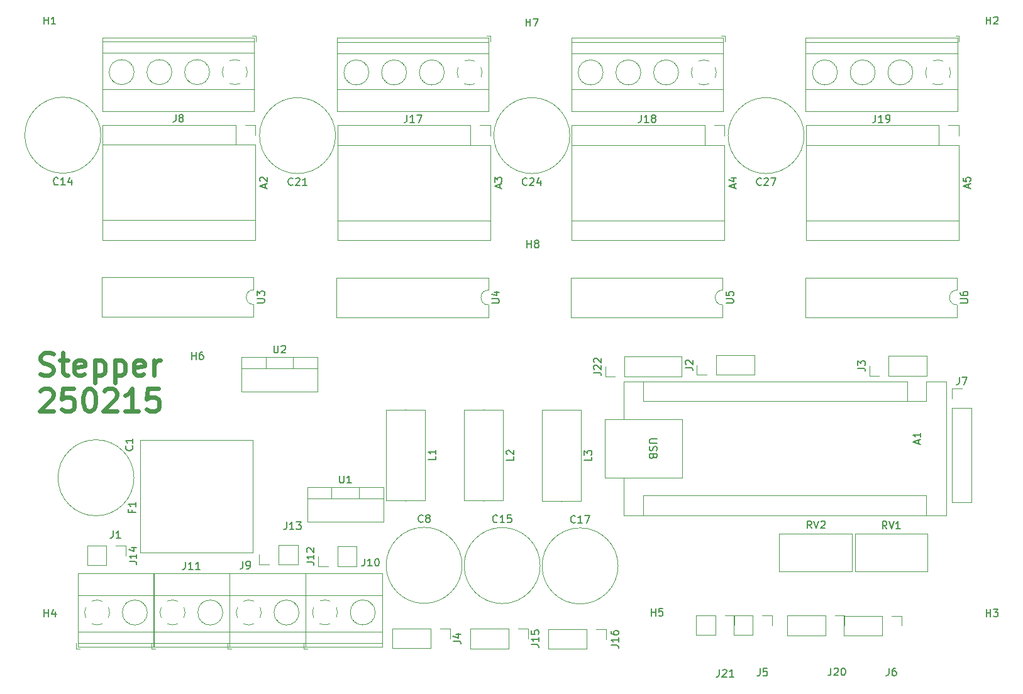
<source format=gto>
G04 #@! TF.GenerationSoftware,KiCad,Pcbnew,8.0.8*
G04 #@! TF.CreationDate,2025-02-15T21:21:22+01:00*
G04 #@! TF.ProjectId,stepperpcb,73746570-7065-4727-9063-622e6b696361,rev?*
G04 #@! TF.SameCoordinates,Original*
G04 #@! TF.FileFunction,Legend,Top*
G04 #@! TF.FilePolarity,Positive*
%FSLAX46Y46*%
G04 Gerber Fmt 4.6, Leading zero omitted, Abs format (unit mm)*
G04 Created by KiCad (PCBNEW 8.0.8) date 2025-02-15 21:21:22*
%MOMM*%
%LPD*%
G01*
G04 APERTURE LIST*
%ADD10C,0.600000*%
%ADD11C,0.150000*%
%ADD12C,0.120000*%
%ADD13C,5.600000*%
%ADD14C,3.600000*%
%ADD15R,1.700000X1.700000*%
%ADD16O,1.700000X1.700000*%
%ADD17C,1.440000*%
%ADD18O,1.600000X1.600000*%
%ADD19R,1.600000X1.600000*%
%ADD20C,2.600000*%
%ADD21R,2.600000X2.600000*%
%ADD22C,1.600000*%
%ADD23C,2.400000*%
%ADD24O,2.400000X2.400000*%
%ADD25O,1.905000X2.000000*%
%ADD26R,1.905000X2.000000*%
%ADD27C,2.300000*%
G04 APERTURE END LIST*
D10*
X79923764Y-76788168D02*
X80352336Y-76931025D01*
X80352336Y-76931025D02*
X81066621Y-76931025D01*
X81066621Y-76931025D02*
X81352336Y-76788168D01*
X81352336Y-76788168D02*
X81495193Y-76645310D01*
X81495193Y-76645310D02*
X81638050Y-76359596D01*
X81638050Y-76359596D02*
X81638050Y-76073882D01*
X81638050Y-76073882D02*
X81495193Y-75788168D01*
X81495193Y-75788168D02*
X81352336Y-75645310D01*
X81352336Y-75645310D02*
X81066621Y-75502453D01*
X81066621Y-75502453D02*
X80495193Y-75359596D01*
X80495193Y-75359596D02*
X80209478Y-75216739D01*
X80209478Y-75216739D02*
X80066621Y-75073882D01*
X80066621Y-75073882D02*
X79923764Y-74788168D01*
X79923764Y-74788168D02*
X79923764Y-74502453D01*
X79923764Y-74502453D02*
X80066621Y-74216739D01*
X80066621Y-74216739D02*
X80209478Y-74073882D01*
X80209478Y-74073882D02*
X80495193Y-73931025D01*
X80495193Y-73931025D02*
X81209478Y-73931025D01*
X81209478Y-73931025D02*
X81638050Y-74073882D01*
X82495193Y-74931025D02*
X83638050Y-74931025D01*
X82923764Y-73931025D02*
X82923764Y-76502453D01*
X82923764Y-76502453D02*
X83066621Y-76788168D01*
X83066621Y-76788168D02*
X83352336Y-76931025D01*
X83352336Y-76931025D02*
X83638050Y-76931025D01*
X85780907Y-76788168D02*
X85495193Y-76931025D01*
X85495193Y-76931025D02*
X84923765Y-76931025D01*
X84923765Y-76931025D02*
X84638050Y-76788168D01*
X84638050Y-76788168D02*
X84495193Y-76502453D01*
X84495193Y-76502453D02*
X84495193Y-75359596D01*
X84495193Y-75359596D02*
X84638050Y-75073882D01*
X84638050Y-75073882D02*
X84923765Y-74931025D01*
X84923765Y-74931025D02*
X85495193Y-74931025D01*
X85495193Y-74931025D02*
X85780907Y-75073882D01*
X85780907Y-75073882D02*
X85923765Y-75359596D01*
X85923765Y-75359596D02*
X85923765Y-75645310D01*
X85923765Y-75645310D02*
X84495193Y-75931025D01*
X87209479Y-74931025D02*
X87209479Y-77931025D01*
X87209479Y-75073882D02*
X87495194Y-74931025D01*
X87495194Y-74931025D02*
X88066622Y-74931025D01*
X88066622Y-74931025D02*
X88352336Y-75073882D01*
X88352336Y-75073882D02*
X88495194Y-75216739D01*
X88495194Y-75216739D02*
X88638051Y-75502453D01*
X88638051Y-75502453D02*
X88638051Y-76359596D01*
X88638051Y-76359596D02*
X88495194Y-76645310D01*
X88495194Y-76645310D02*
X88352336Y-76788168D01*
X88352336Y-76788168D02*
X88066622Y-76931025D01*
X88066622Y-76931025D02*
X87495194Y-76931025D01*
X87495194Y-76931025D02*
X87209479Y-76788168D01*
X89923765Y-74931025D02*
X89923765Y-77931025D01*
X89923765Y-75073882D02*
X90209480Y-74931025D01*
X90209480Y-74931025D02*
X90780908Y-74931025D01*
X90780908Y-74931025D02*
X91066622Y-75073882D01*
X91066622Y-75073882D02*
X91209480Y-75216739D01*
X91209480Y-75216739D02*
X91352337Y-75502453D01*
X91352337Y-75502453D02*
X91352337Y-76359596D01*
X91352337Y-76359596D02*
X91209480Y-76645310D01*
X91209480Y-76645310D02*
X91066622Y-76788168D01*
X91066622Y-76788168D02*
X90780908Y-76931025D01*
X90780908Y-76931025D02*
X90209480Y-76931025D01*
X90209480Y-76931025D02*
X89923765Y-76788168D01*
X93780908Y-76788168D02*
X93495194Y-76931025D01*
X93495194Y-76931025D02*
X92923766Y-76931025D01*
X92923766Y-76931025D02*
X92638051Y-76788168D01*
X92638051Y-76788168D02*
X92495194Y-76502453D01*
X92495194Y-76502453D02*
X92495194Y-75359596D01*
X92495194Y-75359596D02*
X92638051Y-75073882D01*
X92638051Y-75073882D02*
X92923766Y-74931025D01*
X92923766Y-74931025D02*
X93495194Y-74931025D01*
X93495194Y-74931025D02*
X93780908Y-75073882D01*
X93780908Y-75073882D02*
X93923766Y-75359596D01*
X93923766Y-75359596D02*
X93923766Y-75645310D01*
X93923766Y-75645310D02*
X92495194Y-75931025D01*
X95209480Y-76931025D02*
X95209480Y-74931025D01*
X95209480Y-75502453D02*
X95352337Y-75216739D01*
X95352337Y-75216739D02*
X95495195Y-75073882D01*
X95495195Y-75073882D02*
X95780909Y-74931025D01*
X95780909Y-74931025D02*
X96066623Y-74931025D01*
X79923764Y-79046571D02*
X80066621Y-78903714D01*
X80066621Y-78903714D02*
X80352336Y-78760857D01*
X80352336Y-78760857D02*
X81066621Y-78760857D01*
X81066621Y-78760857D02*
X81352336Y-78903714D01*
X81352336Y-78903714D02*
X81495193Y-79046571D01*
X81495193Y-79046571D02*
X81638050Y-79332285D01*
X81638050Y-79332285D02*
X81638050Y-79618000D01*
X81638050Y-79618000D02*
X81495193Y-80046571D01*
X81495193Y-80046571D02*
X79780907Y-81760857D01*
X79780907Y-81760857D02*
X81638050Y-81760857D01*
X84352336Y-78760857D02*
X82923764Y-78760857D01*
X82923764Y-78760857D02*
X82780907Y-80189428D01*
X82780907Y-80189428D02*
X82923764Y-80046571D01*
X82923764Y-80046571D02*
X83209479Y-79903714D01*
X83209479Y-79903714D02*
X83923764Y-79903714D01*
X83923764Y-79903714D02*
X84209479Y-80046571D01*
X84209479Y-80046571D02*
X84352336Y-80189428D01*
X84352336Y-80189428D02*
X84495193Y-80475142D01*
X84495193Y-80475142D02*
X84495193Y-81189428D01*
X84495193Y-81189428D02*
X84352336Y-81475142D01*
X84352336Y-81475142D02*
X84209479Y-81618000D01*
X84209479Y-81618000D02*
X83923764Y-81760857D01*
X83923764Y-81760857D02*
X83209479Y-81760857D01*
X83209479Y-81760857D02*
X82923764Y-81618000D01*
X82923764Y-81618000D02*
X82780907Y-81475142D01*
X86352336Y-78760857D02*
X86638050Y-78760857D01*
X86638050Y-78760857D02*
X86923764Y-78903714D01*
X86923764Y-78903714D02*
X87066622Y-79046571D01*
X87066622Y-79046571D02*
X87209479Y-79332285D01*
X87209479Y-79332285D02*
X87352336Y-79903714D01*
X87352336Y-79903714D02*
X87352336Y-80618000D01*
X87352336Y-80618000D02*
X87209479Y-81189428D01*
X87209479Y-81189428D02*
X87066622Y-81475142D01*
X87066622Y-81475142D02*
X86923764Y-81618000D01*
X86923764Y-81618000D02*
X86638050Y-81760857D01*
X86638050Y-81760857D02*
X86352336Y-81760857D01*
X86352336Y-81760857D02*
X86066622Y-81618000D01*
X86066622Y-81618000D02*
X85923764Y-81475142D01*
X85923764Y-81475142D02*
X85780907Y-81189428D01*
X85780907Y-81189428D02*
X85638050Y-80618000D01*
X85638050Y-80618000D02*
X85638050Y-79903714D01*
X85638050Y-79903714D02*
X85780907Y-79332285D01*
X85780907Y-79332285D02*
X85923764Y-79046571D01*
X85923764Y-79046571D02*
X86066622Y-78903714D01*
X86066622Y-78903714D02*
X86352336Y-78760857D01*
X88495193Y-79046571D02*
X88638050Y-78903714D01*
X88638050Y-78903714D02*
X88923765Y-78760857D01*
X88923765Y-78760857D02*
X89638050Y-78760857D01*
X89638050Y-78760857D02*
X89923765Y-78903714D01*
X89923765Y-78903714D02*
X90066622Y-79046571D01*
X90066622Y-79046571D02*
X90209479Y-79332285D01*
X90209479Y-79332285D02*
X90209479Y-79618000D01*
X90209479Y-79618000D02*
X90066622Y-80046571D01*
X90066622Y-80046571D02*
X88352336Y-81760857D01*
X88352336Y-81760857D02*
X90209479Y-81760857D01*
X93066622Y-81760857D02*
X91352336Y-81760857D01*
X92209479Y-81760857D02*
X92209479Y-78760857D01*
X92209479Y-78760857D02*
X91923765Y-79189428D01*
X91923765Y-79189428D02*
X91638050Y-79475142D01*
X91638050Y-79475142D02*
X91352336Y-79618000D01*
X95780908Y-78760857D02*
X94352336Y-78760857D01*
X94352336Y-78760857D02*
X94209479Y-80189428D01*
X94209479Y-80189428D02*
X94352336Y-80046571D01*
X94352336Y-80046571D02*
X94638051Y-79903714D01*
X94638051Y-79903714D02*
X95352336Y-79903714D01*
X95352336Y-79903714D02*
X95638051Y-80046571D01*
X95638051Y-80046571D02*
X95780908Y-80189428D01*
X95780908Y-80189428D02*
X95923765Y-80475142D01*
X95923765Y-80475142D02*
X95923765Y-81189428D01*
X95923765Y-81189428D02*
X95780908Y-81475142D01*
X95780908Y-81475142D02*
X95638051Y-81618000D01*
X95638051Y-81618000D02*
X95352336Y-81760857D01*
X95352336Y-81760857D02*
X94638051Y-81760857D01*
X94638051Y-81760857D02*
X94352336Y-81618000D01*
X94352336Y-81618000D02*
X94209479Y-81475142D01*
D11*
X145454895Y-59764019D02*
X145454895Y-58764019D01*
X145454895Y-59240209D02*
X146026323Y-59240209D01*
X146026323Y-59764019D02*
X146026323Y-58764019D01*
X146645371Y-59192590D02*
X146550133Y-59144971D01*
X146550133Y-59144971D02*
X146502514Y-59097352D01*
X146502514Y-59097352D02*
X146454895Y-59002114D01*
X146454895Y-59002114D02*
X146454895Y-58954495D01*
X146454895Y-58954495D02*
X146502514Y-58859257D01*
X146502514Y-58859257D02*
X146550133Y-58811638D01*
X146550133Y-58811638D02*
X146645371Y-58764019D01*
X146645371Y-58764019D02*
X146835847Y-58764019D01*
X146835847Y-58764019D02*
X146931085Y-58811638D01*
X146931085Y-58811638D02*
X146978704Y-58859257D01*
X146978704Y-58859257D02*
X147026323Y-58954495D01*
X147026323Y-58954495D02*
X147026323Y-59002114D01*
X147026323Y-59002114D02*
X146978704Y-59097352D01*
X146978704Y-59097352D02*
X146931085Y-59144971D01*
X146931085Y-59144971D02*
X146835847Y-59192590D01*
X146835847Y-59192590D02*
X146645371Y-59192590D01*
X146645371Y-59192590D02*
X146550133Y-59240209D01*
X146550133Y-59240209D02*
X146502514Y-59287828D01*
X146502514Y-59287828D02*
X146454895Y-59383066D01*
X146454895Y-59383066D02*
X146454895Y-59573542D01*
X146454895Y-59573542D02*
X146502514Y-59668780D01*
X146502514Y-59668780D02*
X146550133Y-59716400D01*
X146550133Y-59716400D02*
X146645371Y-59764019D01*
X146645371Y-59764019D02*
X146835847Y-59764019D01*
X146835847Y-59764019D02*
X146931085Y-59716400D01*
X146931085Y-59716400D02*
X146978704Y-59668780D01*
X146978704Y-59668780D02*
X147026323Y-59573542D01*
X147026323Y-59573542D02*
X147026323Y-59383066D01*
X147026323Y-59383066D02*
X146978704Y-59287828D01*
X146978704Y-59287828D02*
X146931085Y-59240209D01*
X146931085Y-59240209D02*
X146835847Y-59192590D01*
X145302495Y-29893619D02*
X145302495Y-28893619D01*
X145302495Y-29369809D02*
X145873923Y-29369809D01*
X145873923Y-29893619D02*
X145873923Y-28893619D01*
X146254876Y-28893619D02*
X146921542Y-28893619D01*
X146921542Y-28893619D02*
X146492971Y-29893619D01*
X100293695Y-74800819D02*
X100293695Y-73800819D01*
X100293695Y-74277009D02*
X100865123Y-74277009D01*
X100865123Y-74800819D02*
X100865123Y-73800819D01*
X101769885Y-73800819D02*
X101579409Y-73800819D01*
X101579409Y-73800819D02*
X101484171Y-73848438D01*
X101484171Y-73848438D02*
X101436552Y-73896057D01*
X101436552Y-73896057D02*
X101341314Y-74038914D01*
X101341314Y-74038914D02*
X101293695Y-74229390D01*
X101293695Y-74229390D02*
X101293695Y-74610342D01*
X101293695Y-74610342D02*
X101341314Y-74705580D01*
X101341314Y-74705580D02*
X101388933Y-74753200D01*
X101388933Y-74753200D02*
X101484171Y-74800819D01*
X101484171Y-74800819D02*
X101674647Y-74800819D01*
X101674647Y-74800819D02*
X101769885Y-74753200D01*
X101769885Y-74753200D02*
X101817504Y-74705580D01*
X101817504Y-74705580D02*
X101865123Y-74610342D01*
X101865123Y-74610342D02*
X101865123Y-74372247D01*
X101865123Y-74372247D02*
X101817504Y-74277009D01*
X101817504Y-74277009D02*
X101769885Y-74229390D01*
X101769885Y-74229390D02*
X101674647Y-74181771D01*
X101674647Y-74181771D02*
X101484171Y-74181771D01*
X101484171Y-74181771D02*
X101388933Y-74229390D01*
X101388933Y-74229390D02*
X101341314Y-74277009D01*
X101341314Y-74277009D02*
X101293695Y-74372247D01*
X162168095Y-109344819D02*
X162168095Y-108344819D01*
X162168095Y-108821009D02*
X162739523Y-108821009D01*
X162739523Y-109344819D02*
X162739523Y-108344819D01*
X163691904Y-108344819D02*
X163215714Y-108344819D01*
X163215714Y-108344819D02*
X163168095Y-108821009D01*
X163168095Y-108821009D02*
X163215714Y-108773390D01*
X163215714Y-108773390D02*
X163310952Y-108725771D01*
X163310952Y-108725771D02*
X163549047Y-108725771D01*
X163549047Y-108725771D02*
X163644285Y-108773390D01*
X163644285Y-108773390D02*
X163691904Y-108821009D01*
X163691904Y-108821009D02*
X163739523Y-108916247D01*
X163739523Y-108916247D02*
X163739523Y-109154342D01*
X163739523Y-109154342D02*
X163691904Y-109249580D01*
X163691904Y-109249580D02*
X163644285Y-109297200D01*
X163644285Y-109297200D02*
X163549047Y-109344819D01*
X163549047Y-109344819D02*
X163310952Y-109344819D01*
X163310952Y-109344819D02*
X163215714Y-109297200D01*
X163215714Y-109297200D02*
X163168095Y-109249580D01*
X171315276Y-116564419D02*
X171315276Y-117278704D01*
X171315276Y-117278704D02*
X171267657Y-117421561D01*
X171267657Y-117421561D02*
X171172419Y-117516800D01*
X171172419Y-117516800D02*
X171029562Y-117564419D01*
X171029562Y-117564419D02*
X170934324Y-117564419D01*
X171743848Y-116659657D02*
X171791467Y-116612038D01*
X171791467Y-116612038D02*
X171886705Y-116564419D01*
X171886705Y-116564419D02*
X172124800Y-116564419D01*
X172124800Y-116564419D02*
X172220038Y-116612038D01*
X172220038Y-116612038D02*
X172267657Y-116659657D01*
X172267657Y-116659657D02*
X172315276Y-116754895D01*
X172315276Y-116754895D02*
X172315276Y-116850133D01*
X172315276Y-116850133D02*
X172267657Y-116992990D01*
X172267657Y-116992990D02*
X171696229Y-117564419D01*
X171696229Y-117564419D02*
X172315276Y-117564419D01*
X173267657Y-117564419D02*
X172696229Y-117564419D01*
X172981943Y-117564419D02*
X172981943Y-116564419D01*
X172981943Y-116564419D02*
X172886705Y-116707276D01*
X172886705Y-116707276D02*
X172791467Y-116802514D01*
X172791467Y-116802514D02*
X172696229Y-116850133D01*
X203643066Y-77175019D02*
X203643066Y-77889304D01*
X203643066Y-77889304D02*
X203595447Y-78032161D01*
X203595447Y-78032161D02*
X203500209Y-78127400D01*
X203500209Y-78127400D02*
X203357352Y-78175019D01*
X203357352Y-78175019D02*
X203262114Y-78175019D01*
X204024019Y-77175019D02*
X204690685Y-77175019D01*
X204690685Y-77175019D02*
X204262114Y-78175019D01*
X176794666Y-116429819D02*
X176794666Y-117144104D01*
X176794666Y-117144104D02*
X176747047Y-117286961D01*
X176747047Y-117286961D02*
X176651809Y-117382200D01*
X176651809Y-117382200D02*
X176508952Y-117429819D01*
X176508952Y-117429819D02*
X176413714Y-117429819D01*
X177747047Y-116429819D02*
X177270857Y-116429819D01*
X177270857Y-116429819D02*
X177223238Y-116906009D01*
X177223238Y-116906009D02*
X177270857Y-116858390D01*
X177270857Y-116858390D02*
X177366095Y-116810771D01*
X177366095Y-116810771D02*
X177604190Y-116810771D01*
X177604190Y-116810771D02*
X177699428Y-116858390D01*
X177699428Y-116858390D02*
X177747047Y-116906009D01*
X177747047Y-116906009D02*
X177794666Y-117001247D01*
X177794666Y-117001247D02*
X177794666Y-117239342D01*
X177794666Y-117239342D02*
X177747047Y-117334580D01*
X177747047Y-117334580D02*
X177699428Y-117382200D01*
X177699428Y-117382200D02*
X177604190Y-117429819D01*
X177604190Y-117429819D02*
X177366095Y-117429819D01*
X177366095Y-117429819D02*
X177270857Y-117382200D01*
X177270857Y-117382200D02*
X177223238Y-117334580D01*
X186352076Y-116361219D02*
X186352076Y-117075504D01*
X186352076Y-117075504D02*
X186304457Y-117218361D01*
X186304457Y-117218361D02*
X186209219Y-117313600D01*
X186209219Y-117313600D02*
X186066362Y-117361219D01*
X186066362Y-117361219D02*
X185971124Y-117361219D01*
X186780648Y-116456457D02*
X186828267Y-116408838D01*
X186828267Y-116408838D02*
X186923505Y-116361219D01*
X186923505Y-116361219D02*
X187161600Y-116361219D01*
X187161600Y-116361219D02*
X187256838Y-116408838D01*
X187256838Y-116408838D02*
X187304457Y-116456457D01*
X187304457Y-116456457D02*
X187352076Y-116551695D01*
X187352076Y-116551695D02*
X187352076Y-116646933D01*
X187352076Y-116646933D02*
X187304457Y-116789790D01*
X187304457Y-116789790D02*
X186733029Y-117361219D01*
X186733029Y-117361219D02*
X187352076Y-117361219D01*
X187971124Y-116361219D02*
X188066362Y-116361219D01*
X188066362Y-116361219D02*
X188161600Y-116408838D01*
X188161600Y-116408838D02*
X188209219Y-116456457D01*
X188209219Y-116456457D02*
X188256838Y-116551695D01*
X188256838Y-116551695D02*
X188304457Y-116742171D01*
X188304457Y-116742171D02*
X188304457Y-116980266D01*
X188304457Y-116980266D02*
X188256838Y-117170742D01*
X188256838Y-117170742D02*
X188209219Y-117265980D01*
X188209219Y-117265980D02*
X188161600Y-117313600D01*
X188161600Y-117313600D02*
X188066362Y-117361219D01*
X188066362Y-117361219D02*
X187971124Y-117361219D01*
X187971124Y-117361219D02*
X187875886Y-117313600D01*
X187875886Y-117313600D02*
X187828267Y-117265980D01*
X187828267Y-117265980D02*
X187780648Y-117170742D01*
X187780648Y-117170742D02*
X187733029Y-116980266D01*
X187733029Y-116980266D02*
X187733029Y-116742171D01*
X187733029Y-116742171D02*
X187780648Y-116551695D01*
X187780648Y-116551695D02*
X187828267Y-116456457D01*
X187828267Y-116456457D02*
X187875886Y-116408838D01*
X187875886Y-116408838D02*
X187971124Y-116361219D01*
X194168666Y-116385819D02*
X194168666Y-117100104D01*
X194168666Y-117100104D02*
X194121047Y-117242961D01*
X194121047Y-117242961D02*
X194025809Y-117338200D01*
X194025809Y-117338200D02*
X193882952Y-117385819D01*
X193882952Y-117385819D02*
X193787714Y-117385819D01*
X195073428Y-116385819D02*
X194882952Y-116385819D01*
X194882952Y-116385819D02*
X194787714Y-116433438D01*
X194787714Y-116433438D02*
X194740095Y-116481057D01*
X194740095Y-116481057D02*
X194644857Y-116623914D01*
X194644857Y-116623914D02*
X194597238Y-116814390D01*
X194597238Y-116814390D02*
X194597238Y-117195342D01*
X194597238Y-117195342D02*
X194644857Y-117290580D01*
X194644857Y-117290580D02*
X194692476Y-117338200D01*
X194692476Y-117338200D02*
X194787714Y-117385819D01*
X194787714Y-117385819D02*
X194978190Y-117385819D01*
X194978190Y-117385819D02*
X195073428Y-117338200D01*
X195073428Y-117338200D02*
X195121047Y-117290580D01*
X195121047Y-117290580D02*
X195168666Y-117195342D01*
X195168666Y-117195342D02*
X195168666Y-116957247D01*
X195168666Y-116957247D02*
X195121047Y-116862009D01*
X195121047Y-116862009D02*
X195073428Y-116814390D01*
X195073428Y-116814390D02*
X194978190Y-116766771D01*
X194978190Y-116766771D02*
X194787714Y-116766771D01*
X194787714Y-116766771D02*
X194692476Y-116814390D01*
X194692476Y-116814390D02*
X194644857Y-116862009D01*
X194644857Y-116862009D02*
X194597238Y-116957247D01*
X166760419Y-75888533D02*
X167474704Y-75888533D01*
X167474704Y-75888533D02*
X167617561Y-75936152D01*
X167617561Y-75936152D02*
X167712800Y-76031390D01*
X167712800Y-76031390D02*
X167760419Y-76174247D01*
X167760419Y-76174247D02*
X167760419Y-76269485D01*
X166855657Y-75459961D02*
X166808038Y-75412342D01*
X166808038Y-75412342D02*
X166760419Y-75317104D01*
X166760419Y-75317104D02*
X166760419Y-75079009D01*
X166760419Y-75079009D02*
X166808038Y-74983771D01*
X166808038Y-74983771D02*
X166855657Y-74936152D01*
X166855657Y-74936152D02*
X166950895Y-74888533D01*
X166950895Y-74888533D02*
X167046133Y-74888533D01*
X167046133Y-74888533D02*
X167188990Y-74936152D01*
X167188990Y-74936152D02*
X167760419Y-75507580D01*
X167760419Y-75507580D02*
X167760419Y-74888533D01*
X154416019Y-76567923D02*
X155130304Y-76567923D01*
X155130304Y-76567923D02*
X155273161Y-76615542D01*
X155273161Y-76615542D02*
X155368400Y-76710780D01*
X155368400Y-76710780D02*
X155416019Y-76853637D01*
X155416019Y-76853637D02*
X155416019Y-76948875D01*
X154511257Y-76139351D02*
X154463638Y-76091732D01*
X154463638Y-76091732D02*
X154416019Y-75996494D01*
X154416019Y-75996494D02*
X154416019Y-75758399D01*
X154416019Y-75758399D02*
X154463638Y-75663161D01*
X154463638Y-75663161D02*
X154511257Y-75615542D01*
X154511257Y-75615542D02*
X154606495Y-75567923D01*
X154606495Y-75567923D02*
X154701733Y-75567923D01*
X154701733Y-75567923D02*
X154844590Y-75615542D01*
X154844590Y-75615542D02*
X155416019Y-76186970D01*
X155416019Y-76186970D02*
X155416019Y-75567923D01*
X154511257Y-75186970D02*
X154463638Y-75139351D01*
X154463638Y-75139351D02*
X154416019Y-75044113D01*
X154416019Y-75044113D02*
X154416019Y-74806018D01*
X154416019Y-74806018D02*
X154463638Y-74710780D01*
X154463638Y-74710780D02*
X154511257Y-74663161D01*
X154511257Y-74663161D02*
X154606495Y-74615542D01*
X154606495Y-74615542D02*
X154701733Y-74615542D01*
X154701733Y-74615542D02*
X154844590Y-74663161D01*
X154844590Y-74663161D02*
X155416019Y-75234589D01*
X155416019Y-75234589D02*
X155416019Y-74615542D01*
X91867619Y-102029523D02*
X92581904Y-102029523D01*
X92581904Y-102029523D02*
X92724761Y-102077142D01*
X92724761Y-102077142D02*
X92820000Y-102172380D01*
X92820000Y-102172380D02*
X92867619Y-102315237D01*
X92867619Y-102315237D02*
X92867619Y-102410475D01*
X92867619Y-101029523D02*
X92867619Y-101600951D01*
X92867619Y-101315237D02*
X91867619Y-101315237D01*
X91867619Y-101315237D02*
X92010476Y-101410475D01*
X92010476Y-101410475D02*
X92105714Y-101505713D01*
X92105714Y-101505713D02*
X92153333Y-101600951D01*
X92200952Y-100172380D02*
X92867619Y-100172380D01*
X91820000Y-100410475D02*
X92534285Y-100648570D01*
X92534285Y-100648570D02*
X92534285Y-100029523D01*
X113047676Y-96701619D02*
X113047676Y-97415904D01*
X113047676Y-97415904D02*
X113000057Y-97558761D01*
X113000057Y-97558761D02*
X112904819Y-97654000D01*
X112904819Y-97654000D02*
X112761962Y-97701619D01*
X112761962Y-97701619D02*
X112666724Y-97701619D01*
X114047676Y-97701619D02*
X113476248Y-97701619D01*
X113761962Y-97701619D02*
X113761962Y-96701619D01*
X113761962Y-96701619D02*
X113666724Y-96844476D01*
X113666724Y-96844476D02*
X113571486Y-96939714D01*
X113571486Y-96939714D02*
X113476248Y-96987333D01*
X114381010Y-96701619D02*
X115000057Y-96701619D01*
X115000057Y-96701619D02*
X114666724Y-97082571D01*
X114666724Y-97082571D02*
X114809581Y-97082571D01*
X114809581Y-97082571D02*
X114904819Y-97130190D01*
X114904819Y-97130190D02*
X114952438Y-97177809D01*
X114952438Y-97177809D02*
X115000057Y-97273047D01*
X115000057Y-97273047D02*
X115000057Y-97511142D01*
X115000057Y-97511142D02*
X114952438Y-97606380D01*
X114952438Y-97606380D02*
X114904819Y-97654000D01*
X114904819Y-97654000D02*
X114809581Y-97701619D01*
X114809581Y-97701619D02*
X114523867Y-97701619D01*
X114523867Y-97701619D02*
X114428629Y-97654000D01*
X114428629Y-97654000D02*
X114381010Y-97606380D01*
X115757219Y-102120323D02*
X116471504Y-102120323D01*
X116471504Y-102120323D02*
X116614361Y-102167942D01*
X116614361Y-102167942D02*
X116709600Y-102263180D01*
X116709600Y-102263180D02*
X116757219Y-102406037D01*
X116757219Y-102406037D02*
X116757219Y-102501275D01*
X116757219Y-101120323D02*
X116757219Y-101691751D01*
X116757219Y-101406037D02*
X115757219Y-101406037D01*
X115757219Y-101406037D02*
X115900076Y-101501275D01*
X115900076Y-101501275D02*
X115995314Y-101596513D01*
X115995314Y-101596513D02*
X116042933Y-101691751D01*
X115852457Y-100739370D02*
X115804838Y-100691751D01*
X115804838Y-100691751D02*
X115757219Y-100596513D01*
X115757219Y-100596513D02*
X115757219Y-100358418D01*
X115757219Y-100358418D02*
X115804838Y-100263180D01*
X115804838Y-100263180D02*
X115852457Y-100215561D01*
X115852457Y-100215561D02*
X115947695Y-100167942D01*
X115947695Y-100167942D02*
X116042933Y-100167942D01*
X116042933Y-100167942D02*
X116185790Y-100215561D01*
X116185790Y-100215561D02*
X116757219Y-100786989D01*
X116757219Y-100786989D02*
X116757219Y-100167942D01*
X189976019Y-75990133D02*
X190690304Y-75990133D01*
X190690304Y-75990133D02*
X190833161Y-76037752D01*
X190833161Y-76037752D02*
X190928400Y-76132990D01*
X190928400Y-76132990D02*
X190976019Y-76275847D01*
X190976019Y-76275847D02*
X190976019Y-76371085D01*
X189976019Y-75609180D02*
X189976019Y-74990133D01*
X189976019Y-74990133D02*
X190356971Y-75323466D01*
X190356971Y-75323466D02*
X190356971Y-75180609D01*
X190356971Y-75180609D02*
X190404590Y-75085371D01*
X190404590Y-75085371D02*
X190452209Y-75037752D01*
X190452209Y-75037752D02*
X190547447Y-74990133D01*
X190547447Y-74990133D02*
X190785542Y-74990133D01*
X190785542Y-74990133D02*
X190880780Y-75037752D01*
X190880780Y-75037752D02*
X190928400Y-75085371D01*
X190928400Y-75085371D02*
X190976019Y-75180609D01*
X190976019Y-75180609D02*
X190976019Y-75466323D01*
X190976019Y-75466323D02*
X190928400Y-75561561D01*
X190928400Y-75561561D02*
X190880780Y-75609180D01*
X156746019Y-113271523D02*
X157460304Y-113271523D01*
X157460304Y-113271523D02*
X157603161Y-113319142D01*
X157603161Y-113319142D02*
X157698400Y-113414380D01*
X157698400Y-113414380D02*
X157746019Y-113557237D01*
X157746019Y-113557237D02*
X157746019Y-113652475D01*
X157746019Y-112271523D02*
X157746019Y-112842951D01*
X157746019Y-112557237D02*
X156746019Y-112557237D01*
X156746019Y-112557237D02*
X156888876Y-112652475D01*
X156888876Y-112652475D02*
X156984114Y-112747713D01*
X156984114Y-112747713D02*
X157031733Y-112842951D01*
X156746019Y-111414380D02*
X156746019Y-111604856D01*
X156746019Y-111604856D02*
X156793638Y-111700094D01*
X156793638Y-111700094D02*
X156841257Y-111747713D01*
X156841257Y-111747713D02*
X156984114Y-111842951D01*
X156984114Y-111842951D02*
X157174590Y-111890570D01*
X157174590Y-111890570D02*
X157555542Y-111890570D01*
X157555542Y-111890570D02*
X157650780Y-111842951D01*
X157650780Y-111842951D02*
X157698400Y-111795332D01*
X157698400Y-111795332D02*
X157746019Y-111700094D01*
X157746019Y-111700094D02*
X157746019Y-111509618D01*
X157746019Y-111509618D02*
X157698400Y-111414380D01*
X157698400Y-111414380D02*
X157650780Y-111366761D01*
X157650780Y-111366761D02*
X157555542Y-111319142D01*
X157555542Y-111319142D02*
X157317447Y-111319142D01*
X157317447Y-111319142D02*
X157222209Y-111366761D01*
X157222209Y-111366761D02*
X157174590Y-111414380D01*
X157174590Y-111414380D02*
X157126971Y-111509618D01*
X157126971Y-111509618D02*
X157126971Y-111700094D01*
X157126971Y-111700094D02*
X157174590Y-111795332D01*
X157174590Y-111795332D02*
X157222209Y-111842951D01*
X157222209Y-111842951D02*
X157317447Y-111890570D01*
X146020419Y-113218923D02*
X146734704Y-113218923D01*
X146734704Y-113218923D02*
X146877561Y-113266542D01*
X146877561Y-113266542D02*
X146972800Y-113361780D01*
X146972800Y-113361780D02*
X147020419Y-113504637D01*
X147020419Y-113504637D02*
X147020419Y-113599875D01*
X147020419Y-112218923D02*
X147020419Y-112790351D01*
X147020419Y-112504637D02*
X146020419Y-112504637D01*
X146020419Y-112504637D02*
X146163276Y-112599875D01*
X146163276Y-112599875D02*
X146258514Y-112695113D01*
X146258514Y-112695113D02*
X146306133Y-112790351D01*
X146020419Y-111314161D02*
X146020419Y-111790351D01*
X146020419Y-111790351D02*
X146496609Y-111837970D01*
X146496609Y-111837970D02*
X146448990Y-111790351D01*
X146448990Y-111790351D02*
X146401371Y-111695113D01*
X146401371Y-111695113D02*
X146401371Y-111457018D01*
X146401371Y-111457018D02*
X146448990Y-111361780D01*
X146448990Y-111361780D02*
X146496609Y-111314161D01*
X146496609Y-111314161D02*
X146591847Y-111266542D01*
X146591847Y-111266542D02*
X146829942Y-111266542D01*
X146829942Y-111266542D02*
X146925180Y-111314161D01*
X146925180Y-111314161D02*
X146972800Y-111361780D01*
X146972800Y-111361780D02*
X147020419Y-111457018D01*
X147020419Y-111457018D02*
X147020419Y-111695113D01*
X147020419Y-111695113D02*
X146972800Y-111790351D01*
X146972800Y-111790351D02*
X146925180Y-111837970D01*
X135513219Y-112719133D02*
X136227504Y-112719133D01*
X136227504Y-112719133D02*
X136370361Y-112766752D01*
X136370361Y-112766752D02*
X136465600Y-112861990D01*
X136465600Y-112861990D02*
X136513219Y-113004847D01*
X136513219Y-113004847D02*
X136513219Y-113100085D01*
X135846552Y-111814371D02*
X136513219Y-111814371D01*
X135465600Y-112052466D02*
X136179885Y-112290561D01*
X136179885Y-112290561D02*
X136179885Y-111671514D01*
X183772361Y-97549219D02*
X183439028Y-97073028D01*
X183200933Y-97549219D02*
X183200933Y-96549219D01*
X183200933Y-96549219D02*
X183581885Y-96549219D01*
X183581885Y-96549219D02*
X183677123Y-96596838D01*
X183677123Y-96596838D02*
X183724742Y-96644457D01*
X183724742Y-96644457D02*
X183772361Y-96739695D01*
X183772361Y-96739695D02*
X183772361Y-96882552D01*
X183772361Y-96882552D02*
X183724742Y-96977790D01*
X183724742Y-96977790D02*
X183677123Y-97025409D01*
X183677123Y-97025409D02*
X183581885Y-97073028D01*
X183581885Y-97073028D02*
X183200933Y-97073028D01*
X184058076Y-96549219D02*
X184391409Y-97549219D01*
X184391409Y-97549219D02*
X184724742Y-96549219D01*
X185010457Y-96644457D02*
X185058076Y-96596838D01*
X185058076Y-96596838D02*
X185153314Y-96549219D01*
X185153314Y-96549219D02*
X185391409Y-96549219D01*
X185391409Y-96549219D02*
X185486647Y-96596838D01*
X185486647Y-96596838D02*
X185534266Y-96644457D01*
X185534266Y-96644457D02*
X185581885Y-96739695D01*
X185581885Y-96739695D02*
X185581885Y-96834933D01*
X185581885Y-96834933D02*
X185534266Y-96977790D01*
X185534266Y-96977790D02*
X184962838Y-97549219D01*
X184962838Y-97549219D02*
X185581885Y-97549219D01*
X193881361Y-97623019D02*
X193548028Y-97146828D01*
X193309933Y-97623019D02*
X193309933Y-96623019D01*
X193309933Y-96623019D02*
X193690885Y-96623019D01*
X193690885Y-96623019D02*
X193786123Y-96670638D01*
X193786123Y-96670638D02*
X193833742Y-96718257D01*
X193833742Y-96718257D02*
X193881361Y-96813495D01*
X193881361Y-96813495D02*
X193881361Y-96956352D01*
X193881361Y-96956352D02*
X193833742Y-97051590D01*
X193833742Y-97051590D02*
X193786123Y-97099209D01*
X193786123Y-97099209D02*
X193690885Y-97146828D01*
X193690885Y-97146828D02*
X193309933Y-97146828D01*
X194167076Y-96623019D02*
X194500409Y-97623019D01*
X194500409Y-97623019D02*
X194833742Y-96623019D01*
X195690885Y-97623019D02*
X195119457Y-97623019D01*
X195405171Y-97623019D02*
X195405171Y-96623019D01*
X195405171Y-96623019D02*
X195309933Y-96765876D01*
X195309933Y-96765876D02*
X195214695Y-96861114D01*
X195214695Y-96861114D02*
X195119457Y-96908733D01*
X80430895Y-109446419D02*
X80430895Y-108446419D01*
X80430895Y-108922609D02*
X81002323Y-108922609D01*
X81002323Y-109446419D02*
X81002323Y-108446419D01*
X81907085Y-108779752D02*
X81907085Y-109446419D01*
X81668990Y-108398800D02*
X81430895Y-109113085D01*
X81430895Y-109113085D02*
X82049942Y-109113085D01*
X207278495Y-29639619D02*
X207278495Y-28639619D01*
X207278495Y-29115809D02*
X207849923Y-29115809D01*
X207849923Y-29639619D02*
X207849923Y-28639619D01*
X208278495Y-28734857D02*
X208326114Y-28687238D01*
X208326114Y-28687238D02*
X208421352Y-28639619D01*
X208421352Y-28639619D02*
X208659447Y-28639619D01*
X208659447Y-28639619D02*
X208754685Y-28687238D01*
X208754685Y-28687238D02*
X208802304Y-28734857D01*
X208802304Y-28734857D02*
X208849923Y-28830095D01*
X208849923Y-28830095D02*
X208849923Y-28925333D01*
X208849923Y-28925333D02*
X208802304Y-29068190D01*
X208802304Y-29068190D02*
X208230876Y-29639619D01*
X208230876Y-29639619D02*
X208849923Y-29639619D01*
X207278495Y-109446419D02*
X207278495Y-108446419D01*
X207278495Y-108922609D02*
X207849923Y-108922609D01*
X207849923Y-109446419D02*
X207849923Y-108446419D01*
X208230876Y-108446419D02*
X208849923Y-108446419D01*
X208849923Y-108446419D02*
X208516590Y-108827371D01*
X208516590Y-108827371D02*
X208659447Y-108827371D01*
X208659447Y-108827371D02*
X208754685Y-108874990D01*
X208754685Y-108874990D02*
X208802304Y-108922609D01*
X208802304Y-108922609D02*
X208849923Y-109017847D01*
X208849923Y-109017847D02*
X208849923Y-109255942D01*
X208849923Y-109255942D02*
X208802304Y-109351180D01*
X208802304Y-109351180D02*
X208754685Y-109398800D01*
X208754685Y-109398800D02*
X208659447Y-109446419D01*
X208659447Y-109446419D02*
X208373733Y-109446419D01*
X208373733Y-109446419D02*
X208278495Y-109398800D01*
X208278495Y-109398800D02*
X208230876Y-109351180D01*
X80380095Y-29639619D02*
X80380095Y-28639619D01*
X80380095Y-29115809D02*
X80951523Y-29115809D01*
X80951523Y-29639619D02*
X80951523Y-28639619D01*
X81951523Y-29639619D02*
X81380095Y-29639619D01*
X81665809Y-29639619D02*
X81665809Y-28639619D01*
X81665809Y-28639619D02*
X81570571Y-28782476D01*
X81570571Y-28782476D02*
X81475333Y-28877714D01*
X81475333Y-28877714D02*
X81380095Y-28925333D01*
X203780019Y-67223904D02*
X204589542Y-67223904D01*
X204589542Y-67223904D02*
X204684780Y-67176285D01*
X204684780Y-67176285D02*
X204732400Y-67128666D01*
X204732400Y-67128666D02*
X204780019Y-67033428D01*
X204780019Y-67033428D02*
X204780019Y-66842952D01*
X204780019Y-66842952D02*
X204732400Y-66747714D01*
X204732400Y-66747714D02*
X204684780Y-66700095D01*
X204684780Y-66700095D02*
X204589542Y-66652476D01*
X204589542Y-66652476D02*
X203780019Y-66652476D01*
X203780019Y-65747714D02*
X203780019Y-65938190D01*
X203780019Y-65938190D02*
X203827638Y-66033428D01*
X203827638Y-66033428D02*
X203875257Y-66081047D01*
X203875257Y-66081047D02*
X204018114Y-66176285D01*
X204018114Y-66176285D02*
X204208590Y-66223904D01*
X204208590Y-66223904D02*
X204589542Y-66223904D01*
X204589542Y-66223904D02*
X204684780Y-66176285D01*
X204684780Y-66176285D02*
X204732400Y-66128666D01*
X204732400Y-66128666D02*
X204780019Y-66033428D01*
X204780019Y-66033428D02*
X204780019Y-65842952D01*
X204780019Y-65842952D02*
X204732400Y-65747714D01*
X204732400Y-65747714D02*
X204684780Y-65700095D01*
X204684780Y-65700095D02*
X204589542Y-65652476D01*
X204589542Y-65652476D02*
X204351447Y-65652476D01*
X204351447Y-65652476D02*
X204256209Y-65700095D01*
X204256209Y-65700095D02*
X204208590Y-65747714D01*
X204208590Y-65747714D02*
X204160971Y-65842952D01*
X204160971Y-65842952D02*
X204160971Y-66033428D01*
X204160971Y-66033428D02*
X204208590Y-66128666D01*
X204208590Y-66128666D02*
X204256209Y-66176285D01*
X204256209Y-66176285D02*
X204351447Y-66223904D01*
X192355676Y-41866819D02*
X192355676Y-42581104D01*
X192355676Y-42581104D02*
X192308057Y-42723961D01*
X192308057Y-42723961D02*
X192212819Y-42819200D01*
X192212819Y-42819200D02*
X192069962Y-42866819D01*
X192069962Y-42866819D02*
X191974724Y-42866819D01*
X193355676Y-42866819D02*
X192784248Y-42866819D01*
X193069962Y-42866819D02*
X193069962Y-41866819D01*
X193069962Y-41866819D02*
X192974724Y-42009676D01*
X192974724Y-42009676D02*
X192879486Y-42104914D01*
X192879486Y-42104914D02*
X192784248Y-42152533D01*
X193831867Y-42866819D02*
X194022343Y-42866819D01*
X194022343Y-42866819D02*
X194117581Y-42819200D01*
X194117581Y-42819200D02*
X194165200Y-42771580D01*
X194165200Y-42771580D02*
X194260438Y-42628723D01*
X194260438Y-42628723D02*
X194308057Y-42438247D01*
X194308057Y-42438247D02*
X194308057Y-42057295D01*
X194308057Y-42057295D02*
X194260438Y-41962057D01*
X194260438Y-41962057D02*
X194212819Y-41914438D01*
X194212819Y-41914438D02*
X194117581Y-41866819D01*
X194117581Y-41866819D02*
X193927105Y-41866819D01*
X193927105Y-41866819D02*
X193831867Y-41914438D01*
X193831867Y-41914438D02*
X193784248Y-41962057D01*
X193784248Y-41962057D02*
X193736629Y-42057295D01*
X193736629Y-42057295D02*
X193736629Y-42295390D01*
X193736629Y-42295390D02*
X193784248Y-42390628D01*
X193784248Y-42390628D02*
X193831867Y-42438247D01*
X193831867Y-42438247D02*
X193927105Y-42485866D01*
X193927105Y-42485866D02*
X194117581Y-42485866D01*
X194117581Y-42485866D02*
X194212819Y-42438247D01*
X194212819Y-42438247D02*
X194260438Y-42390628D01*
X194260438Y-42390628D02*
X194308057Y-42295390D01*
X204874304Y-51716285D02*
X204874304Y-51240095D01*
X205160019Y-51811523D02*
X204160019Y-51478190D01*
X204160019Y-51478190D02*
X205160019Y-51144857D01*
X204160019Y-50335333D02*
X204160019Y-50811523D01*
X204160019Y-50811523D02*
X204636209Y-50859142D01*
X204636209Y-50859142D02*
X204588590Y-50811523D01*
X204588590Y-50811523D02*
X204540971Y-50716285D01*
X204540971Y-50716285D02*
X204540971Y-50478190D01*
X204540971Y-50478190D02*
X204588590Y-50382952D01*
X204588590Y-50382952D02*
X204636209Y-50335333D01*
X204636209Y-50335333D02*
X204731447Y-50287714D01*
X204731447Y-50287714D02*
X204969542Y-50287714D01*
X204969542Y-50287714D02*
X205064780Y-50335333D01*
X205064780Y-50335333D02*
X205112400Y-50382952D01*
X205112400Y-50382952D02*
X205160019Y-50478190D01*
X205160019Y-50478190D02*
X205160019Y-50716285D01*
X205160019Y-50716285D02*
X205112400Y-50811523D01*
X205112400Y-50811523D02*
X205064780Y-50859142D01*
X176982342Y-51261580D02*
X176934723Y-51309200D01*
X176934723Y-51309200D02*
X176791866Y-51356819D01*
X176791866Y-51356819D02*
X176696628Y-51356819D01*
X176696628Y-51356819D02*
X176553771Y-51309200D01*
X176553771Y-51309200D02*
X176458533Y-51213961D01*
X176458533Y-51213961D02*
X176410914Y-51118723D01*
X176410914Y-51118723D02*
X176363295Y-50928247D01*
X176363295Y-50928247D02*
X176363295Y-50785390D01*
X176363295Y-50785390D02*
X176410914Y-50594914D01*
X176410914Y-50594914D02*
X176458533Y-50499676D01*
X176458533Y-50499676D02*
X176553771Y-50404438D01*
X176553771Y-50404438D02*
X176696628Y-50356819D01*
X176696628Y-50356819D02*
X176791866Y-50356819D01*
X176791866Y-50356819D02*
X176934723Y-50404438D01*
X176934723Y-50404438D02*
X176982342Y-50452057D01*
X177363295Y-50452057D02*
X177410914Y-50404438D01*
X177410914Y-50404438D02*
X177506152Y-50356819D01*
X177506152Y-50356819D02*
X177744247Y-50356819D01*
X177744247Y-50356819D02*
X177839485Y-50404438D01*
X177839485Y-50404438D02*
X177887104Y-50452057D01*
X177887104Y-50452057D02*
X177934723Y-50547295D01*
X177934723Y-50547295D02*
X177934723Y-50642533D01*
X177934723Y-50642533D02*
X177887104Y-50785390D01*
X177887104Y-50785390D02*
X177315676Y-51356819D01*
X177315676Y-51356819D02*
X177934723Y-51356819D01*
X178268057Y-50356819D02*
X178934723Y-50356819D01*
X178934723Y-50356819D02*
X178506152Y-51356819D01*
X172233219Y-67223904D02*
X173042742Y-67223904D01*
X173042742Y-67223904D02*
X173137980Y-67176285D01*
X173137980Y-67176285D02*
X173185600Y-67128666D01*
X173185600Y-67128666D02*
X173233219Y-67033428D01*
X173233219Y-67033428D02*
X173233219Y-66842952D01*
X173233219Y-66842952D02*
X173185600Y-66747714D01*
X173185600Y-66747714D02*
X173137980Y-66700095D01*
X173137980Y-66700095D02*
X173042742Y-66652476D01*
X173042742Y-66652476D02*
X172233219Y-66652476D01*
X172233219Y-65700095D02*
X172233219Y-66176285D01*
X172233219Y-66176285D02*
X172709409Y-66223904D01*
X172709409Y-66223904D02*
X172661790Y-66176285D01*
X172661790Y-66176285D02*
X172614171Y-66081047D01*
X172614171Y-66081047D02*
X172614171Y-65842952D01*
X172614171Y-65842952D02*
X172661790Y-65747714D01*
X172661790Y-65747714D02*
X172709409Y-65700095D01*
X172709409Y-65700095D02*
X172804647Y-65652476D01*
X172804647Y-65652476D02*
X173042742Y-65652476D01*
X173042742Y-65652476D02*
X173137980Y-65700095D01*
X173137980Y-65700095D02*
X173185600Y-65747714D01*
X173185600Y-65747714D02*
X173233219Y-65842952D01*
X173233219Y-65842952D02*
X173233219Y-66081047D01*
X173233219Y-66081047D02*
X173185600Y-66176285D01*
X173185600Y-66176285D02*
X173137980Y-66223904D01*
X160808876Y-41866819D02*
X160808876Y-42581104D01*
X160808876Y-42581104D02*
X160761257Y-42723961D01*
X160761257Y-42723961D02*
X160666019Y-42819200D01*
X160666019Y-42819200D02*
X160523162Y-42866819D01*
X160523162Y-42866819D02*
X160427924Y-42866819D01*
X161808876Y-42866819D02*
X161237448Y-42866819D01*
X161523162Y-42866819D02*
X161523162Y-41866819D01*
X161523162Y-41866819D02*
X161427924Y-42009676D01*
X161427924Y-42009676D02*
X161332686Y-42104914D01*
X161332686Y-42104914D02*
X161237448Y-42152533D01*
X162380305Y-42295390D02*
X162285067Y-42247771D01*
X162285067Y-42247771D02*
X162237448Y-42200152D01*
X162237448Y-42200152D02*
X162189829Y-42104914D01*
X162189829Y-42104914D02*
X162189829Y-42057295D01*
X162189829Y-42057295D02*
X162237448Y-41962057D01*
X162237448Y-41962057D02*
X162285067Y-41914438D01*
X162285067Y-41914438D02*
X162380305Y-41866819D01*
X162380305Y-41866819D02*
X162570781Y-41866819D01*
X162570781Y-41866819D02*
X162666019Y-41914438D01*
X162666019Y-41914438D02*
X162713638Y-41962057D01*
X162713638Y-41962057D02*
X162761257Y-42057295D01*
X162761257Y-42057295D02*
X162761257Y-42104914D01*
X162761257Y-42104914D02*
X162713638Y-42200152D01*
X162713638Y-42200152D02*
X162666019Y-42247771D01*
X162666019Y-42247771D02*
X162570781Y-42295390D01*
X162570781Y-42295390D02*
X162380305Y-42295390D01*
X162380305Y-42295390D02*
X162285067Y-42343009D01*
X162285067Y-42343009D02*
X162237448Y-42390628D01*
X162237448Y-42390628D02*
X162189829Y-42485866D01*
X162189829Y-42485866D02*
X162189829Y-42676342D01*
X162189829Y-42676342D02*
X162237448Y-42771580D01*
X162237448Y-42771580D02*
X162285067Y-42819200D01*
X162285067Y-42819200D02*
X162380305Y-42866819D01*
X162380305Y-42866819D02*
X162570781Y-42866819D01*
X162570781Y-42866819D02*
X162666019Y-42819200D01*
X162666019Y-42819200D02*
X162713638Y-42771580D01*
X162713638Y-42771580D02*
X162761257Y-42676342D01*
X162761257Y-42676342D02*
X162761257Y-42485866D01*
X162761257Y-42485866D02*
X162713638Y-42390628D01*
X162713638Y-42390628D02*
X162666019Y-42343009D01*
X162666019Y-42343009D02*
X162570781Y-42295390D01*
X173327504Y-51716285D02*
X173327504Y-51240095D01*
X173613219Y-51811523D02*
X172613219Y-51478190D01*
X172613219Y-51478190D02*
X173613219Y-51144857D01*
X172946552Y-50382952D02*
X173613219Y-50382952D01*
X172565600Y-50621047D02*
X173279885Y-50859142D01*
X173279885Y-50859142D02*
X173279885Y-50240095D01*
X145435542Y-51261580D02*
X145387923Y-51309200D01*
X145387923Y-51309200D02*
X145245066Y-51356819D01*
X145245066Y-51356819D02*
X145149828Y-51356819D01*
X145149828Y-51356819D02*
X145006971Y-51309200D01*
X145006971Y-51309200D02*
X144911733Y-51213961D01*
X144911733Y-51213961D02*
X144864114Y-51118723D01*
X144864114Y-51118723D02*
X144816495Y-50928247D01*
X144816495Y-50928247D02*
X144816495Y-50785390D01*
X144816495Y-50785390D02*
X144864114Y-50594914D01*
X144864114Y-50594914D02*
X144911733Y-50499676D01*
X144911733Y-50499676D02*
X145006971Y-50404438D01*
X145006971Y-50404438D02*
X145149828Y-50356819D01*
X145149828Y-50356819D02*
X145245066Y-50356819D01*
X145245066Y-50356819D02*
X145387923Y-50404438D01*
X145387923Y-50404438D02*
X145435542Y-50452057D01*
X145816495Y-50452057D02*
X145864114Y-50404438D01*
X145864114Y-50404438D02*
X145959352Y-50356819D01*
X145959352Y-50356819D02*
X146197447Y-50356819D01*
X146197447Y-50356819D02*
X146292685Y-50404438D01*
X146292685Y-50404438D02*
X146340304Y-50452057D01*
X146340304Y-50452057D02*
X146387923Y-50547295D01*
X146387923Y-50547295D02*
X146387923Y-50642533D01*
X146387923Y-50642533D02*
X146340304Y-50785390D01*
X146340304Y-50785390D02*
X145768876Y-51356819D01*
X145768876Y-51356819D02*
X146387923Y-51356819D01*
X147245066Y-50690152D02*
X147245066Y-51356819D01*
X147006971Y-50309200D02*
X146768876Y-51023485D01*
X146768876Y-51023485D02*
X147387923Y-51023485D01*
X140686419Y-67223904D02*
X141495942Y-67223904D01*
X141495942Y-67223904D02*
X141591180Y-67176285D01*
X141591180Y-67176285D02*
X141638800Y-67128666D01*
X141638800Y-67128666D02*
X141686419Y-67033428D01*
X141686419Y-67033428D02*
X141686419Y-66842952D01*
X141686419Y-66842952D02*
X141638800Y-66747714D01*
X141638800Y-66747714D02*
X141591180Y-66700095D01*
X141591180Y-66700095D02*
X141495942Y-66652476D01*
X141495942Y-66652476D02*
X140686419Y-66652476D01*
X141019752Y-65747714D02*
X141686419Y-65747714D01*
X140638800Y-65985809D02*
X141353085Y-66223904D01*
X141353085Y-66223904D02*
X141353085Y-65604857D01*
X129262076Y-41866819D02*
X129262076Y-42581104D01*
X129262076Y-42581104D02*
X129214457Y-42723961D01*
X129214457Y-42723961D02*
X129119219Y-42819200D01*
X129119219Y-42819200D02*
X128976362Y-42866819D01*
X128976362Y-42866819D02*
X128881124Y-42866819D01*
X130262076Y-42866819D02*
X129690648Y-42866819D01*
X129976362Y-42866819D02*
X129976362Y-41866819D01*
X129976362Y-41866819D02*
X129881124Y-42009676D01*
X129881124Y-42009676D02*
X129785886Y-42104914D01*
X129785886Y-42104914D02*
X129690648Y-42152533D01*
X130595410Y-41866819D02*
X131262076Y-41866819D01*
X131262076Y-41866819D02*
X130833505Y-42866819D01*
X141780704Y-51716285D02*
X141780704Y-51240095D01*
X142066419Y-51811523D02*
X141066419Y-51478190D01*
X141066419Y-51478190D02*
X142066419Y-51144857D01*
X141066419Y-50906761D02*
X141066419Y-50287714D01*
X141066419Y-50287714D02*
X141447371Y-50621047D01*
X141447371Y-50621047D02*
X141447371Y-50478190D01*
X141447371Y-50478190D02*
X141494990Y-50382952D01*
X141494990Y-50382952D02*
X141542609Y-50335333D01*
X141542609Y-50335333D02*
X141637847Y-50287714D01*
X141637847Y-50287714D02*
X141875942Y-50287714D01*
X141875942Y-50287714D02*
X141971180Y-50335333D01*
X141971180Y-50335333D02*
X142018800Y-50382952D01*
X142018800Y-50382952D02*
X142066419Y-50478190D01*
X142066419Y-50478190D02*
X142066419Y-50763904D01*
X142066419Y-50763904D02*
X142018800Y-50859142D01*
X142018800Y-50859142D02*
X141971180Y-50906761D01*
X113888742Y-51261580D02*
X113841123Y-51309200D01*
X113841123Y-51309200D02*
X113698266Y-51356819D01*
X113698266Y-51356819D02*
X113603028Y-51356819D01*
X113603028Y-51356819D02*
X113460171Y-51309200D01*
X113460171Y-51309200D02*
X113364933Y-51213961D01*
X113364933Y-51213961D02*
X113317314Y-51118723D01*
X113317314Y-51118723D02*
X113269695Y-50928247D01*
X113269695Y-50928247D02*
X113269695Y-50785390D01*
X113269695Y-50785390D02*
X113317314Y-50594914D01*
X113317314Y-50594914D02*
X113364933Y-50499676D01*
X113364933Y-50499676D02*
X113460171Y-50404438D01*
X113460171Y-50404438D02*
X113603028Y-50356819D01*
X113603028Y-50356819D02*
X113698266Y-50356819D01*
X113698266Y-50356819D02*
X113841123Y-50404438D01*
X113841123Y-50404438D02*
X113888742Y-50452057D01*
X114269695Y-50452057D02*
X114317314Y-50404438D01*
X114317314Y-50404438D02*
X114412552Y-50356819D01*
X114412552Y-50356819D02*
X114650647Y-50356819D01*
X114650647Y-50356819D02*
X114745885Y-50404438D01*
X114745885Y-50404438D02*
X114793504Y-50452057D01*
X114793504Y-50452057D02*
X114841123Y-50547295D01*
X114841123Y-50547295D02*
X114841123Y-50642533D01*
X114841123Y-50642533D02*
X114793504Y-50785390D01*
X114793504Y-50785390D02*
X114222076Y-51356819D01*
X114222076Y-51356819D02*
X114841123Y-51356819D01*
X115793504Y-51356819D02*
X115222076Y-51356819D01*
X115507790Y-51356819D02*
X115507790Y-50356819D01*
X115507790Y-50356819D02*
X115412552Y-50499676D01*
X115412552Y-50499676D02*
X115317314Y-50594914D01*
X115317314Y-50594914D02*
X115222076Y-50642533D01*
X151934742Y-96726580D02*
X151887123Y-96774200D01*
X151887123Y-96774200D02*
X151744266Y-96821819D01*
X151744266Y-96821819D02*
X151649028Y-96821819D01*
X151649028Y-96821819D02*
X151506171Y-96774200D01*
X151506171Y-96774200D02*
X151410933Y-96678961D01*
X151410933Y-96678961D02*
X151363314Y-96583723D01*
X151363314Y-96583723D02*
X151315695Y-96393247D01*
X151315695Y-96393247D02*
X151315695Y-96250390D01*
X151315695Y-96250390D02*
X151363314Y-96059914D01*
X151363314Y-96059914D02*
X151410933Y-95964676D01*
X151410933Y-95964676D02*
X151506171Y-95869438D01*
X151506171Y-95869438D02*
X151649028Y-95821819D01*
X151649028Y-95821819D02*
X151744266Y-95821819D01*
X151744266Y-95821819D02*
X151887123Y-95869438D01*
X151887123Y-95869438D02*
X151934742Y-95917057D01*
X152887123Y-96821819D02*
X152315695Y-96821819D01*
X152601409Y-96821819D02*
X152601409Y-95821819D01*
X152601409Y-95821819D02*
X152506171Y-95964676D01*
X152506171Y-95964676D02*
X152410933Y-96059914D01*
X152410933Y-96059914D02*
X152315695Y-96107533D01*
X153220457Y-95821819D02*
X153887123Y-95821819D01*
X153887123Y-95821819D02*
X153458552Y-96821819D01*
X154152419Y-87924666D02*
X154152419Y-88400856D01*
X154152419Y-88400856D02*
X153152419Y-88400856D01*
X153152419Y-87686570D02*
X153152419Y-87067523D01*
X153152419Y-87067523D02*
X153533371Y-87400856D01*
X153533371Y-87400856D02*
X153533371Y-87257999D01*
X153533371Y-87257999D02*
X153580990Y-87162761D01*
X153580990Y-87162761D02*
X153628609Y-87115142D01*
X153628609Y-87115142D02*
X153723847Y-87067523D01*
X153723847Y-87067523D02*
X153961942Y-87067523D01*
X153961942Y-87067523D02*
X154057180Y-87115142D01*
X154057180Y-87115142D02*
X154104800Y-87162761D01*
X154104800Y-87162761D02*
X154152419Y-87257999D01*
X154152419Y-87257999D02*
X154152419Y-87543713D01*
X154152419Y-87543713D02*
X154104800Y-87638951D01*
X154104800Y-87638951D02*
X154057180Y-87686570D01*
X141442742Y-96673980D02*
X141395123Y-96721600D01*
X141395123Y-96721600D02*
X141252266Y-96769219D01*
X141252266Y-96769219D02*
X141157028Y-96769219D01*
X141157028Y-96769219D02*
X141014171Y-96721600D01*
X141014171Y-96721600D02*
X140918933Y-96626361D01*
X140918933Y-96626361D02*
X140871314Y-96531123D01*
X140871314Y-96531123D02*
X140823695Y-96340647D01*
X140823695Y-96340647D02*
X140823695Y-96197790D01*
X140823695Y-96197790D02*
X140871314Y-96007314D01*
X140871314Y-96007314D02*
X140918933Y-95912076D01*
X140918933Y-95912076D02*
X141014171Y-95816838D01*
X141014171Y-95816838D02*
X141157028Y-95769219D01*
X141157028Y-95769219D02*
X141252266Y-95769219D01*
X141252266Y-95769219D02*
X141395123Y-95816838D01*
X141395123Y-95816838D02*
X141442742Y-95864457D01*
X142395123Y-96769219D02*
X141823695Y-96769219D01*
X142109409Y-96769219D02*
X142109409Y-95769219D01*
X142109409Y-95769219D02*
X142014171Y-95912076D01*
X142014171Y-95912076D02*
X141918933Y-96007314D01*
X141918933Y-96007314D02*
X141823695Y-96054933D01*
X143299885Y-95769219D02*
X142823695Y-95769219D01*
X142823695Y-95769219D02*
X142776076Y-96245409D01*
X142776076Y-96245409D02*
X142823695Y-96197790D01*
X142823695Y-96197790D02*
X142918933Y-96150171D01*
X142918933Y-96150171D02*
X143157028Y-96150171D01*
X143157028Y-96150171D02*
X143252266Y-96197790D01*
X143252266Y-96197790D02*
X143299885Y-96245409D01*
X143299885Y-96245409D02*
X143347504Y-96340647D01*
X143347504Y-96340647D02*
X143347504Y-96578742D01*
X143347504Y-96578742D02*
X143299885Y-96673980D01*
X143299885Y-96673980D02*
X143252266Y-96721600D01*
X143252266Y-96721600D02*
X143157028Y-96769219D01*
X143157028Y-96769219D02*
X142918933Y-96769219D01*
X142918933Y-96769219D02*
X142823695Y-96721600D01*
X142823695Y-96721600D02*
X142776076Y-96673980D01*
X143660419Y-87872066D02*
X143660419Y-88348256D01*
X143660419Y-88348256D02*
X142660419Y-88348256D01*
X142755657Y-87586351D02*
X142708038Y-87538732D01*
X142708038Y-87538732D02*
X142660419Y-87443494D01*
X142660419Y-87443494D02*
X142660419Y-87205399D01*
X142660419Y-87205399D02*
X142708038Y-87110161D01*
X142708038Y-87110161D02*
X142755657Y-87062542D01*
X142755657Y-87062542D02*
X142850895Y-87014923D01*
X142850895Y-87014923D02*
X142946133Y-87014923D01*
X142946133Y-87014923D02*
X143088990Y-87062542D01*
X143088990Y-87062542D02*
X143660419Y-87633970D01*
X143660419Y-87633970D02*
X143660419Y-87014923D01*
X99433276Y-102085619D02*
X99433276Y-102799904D01*
X99433276Y-102799904D02*
X99385657Y-102942761D01*
X99385657Y-102942761D02*
X99290419Y-103038000D01*
X99290419Y-103038000D02*
X99147562Y-103085619D01*
X99147562Y-103085619D02*
X99052324Y-103085619D01*
X100433276Y-103085619D02*
X99861848Y-103085619D01*
X100147562Y-103085619D02*
X100147562Y-102085619D01*
X100147562Y-102085619D02*
X100052324Y-102228476D01*
X100052324Y-102228476D02*
X99957086Y-102323714D01*
X99957086Y-102323714D02*
X99861848Y-102371333D01*
X101385657Y-103085619D02*
X100814229Y-103085619D01*
X101099943Y-103085619D02*
X101099943Y-102085619D01*
X101099943Y-102085619D02*
X101004705Y-102228476D01*
X101004705Y-102228476D02*
X100909467Y-102323714D01*
X100909467Y-102323714D02*
X100814229Y-102371333D01*
X107173866Y-101984819D02*
X107173866Y-102699104D01*
X107173866Y-102699104D02*
X107126247Y-102841961D01*
X107126247Y-102841961D02*
X107031009Y-102937200D01*
X107031009Y-102937200D02*
X106888152Y-102984819D01*
X106888152Y-102984819D02*
X106792914Y-102984819D01*
X107697676Y-102984819D02*
X107888152Y-102984819D01*
X107888152Y-102984819D02*
X107983390Y-102937200D01*
X107983390Y-102937200D02*
X108031009Y-102889580D01*
X108031009Y-102889580D02*
X108126247Y-102746723D01*
X108126247Y-102746723D02*
X108173866Y-102556247D01*
X108173866Y-102556247D02*
X108173866Y-102175295D01*
X108173866Y-102175295D02*
X108126247Y-102080057D01*
X108126247Y-102080057D02*
X108078628Y-102032438D01*
X108078628Y-102032438D02*
X107983390Y-101984819D01*
X107983390Y-101984819D02*
X107792914Y-101984819D01*
X107792914Y-101984819D02*
X107697676Y-102032438D01*
X107697676Y-102032438D02*
X107650057Y-102080057D01*
X107650057Y-102080057D02*
X107602438Y-102175295D01*
X107602438Y-102175295D02*
X107602438Y-102413390D01*
X107602438Y-102413390D02*
X107650057Y-102508628D01*
X107650057Y-102508628D02*
X107697676Y-102556247D01*
X107697676Y-102556247D02*
X107792914Y-102603866D01*
X107792914Y-102603866D02*
X107983390Y-102603866D01*
X107983390Y-102603866D02*
X108078628Y-102556247D01*
X108078628Y-102556247D02*
X108126247Y-102508628D01*
X108126247Y-102508628D02*
X108173866Y-102413390D01*
X110176304Y-51671485D02*
X110176304Y-51195295D01*
X110462019Y-51766723D02*
X109462019Y-51433390D01*
X109462019Y-51433390D02*
X110462019Y-51100057D01*
X109557257Y-50814342D02*
X109509638Y-50766723D01*
X109509638Y-50766723D02*
X109462019Y-50671485D01*
X109462019Y-50671485D02*
X109462019Y-50433390D01*
X109462019Y-50433390D02*
X109509638Y-50338152D01*
X109509638Y-50338152D02*
X109557257Y-50290533D01*
X109557257Y-50290533D02*
X109652495Y-50242914D01*
X109652495Y-50242914D02*
X109747733Y-50242914D01*
X109747733Y-50242914D02*
X109890590Y-50290533D01*
X109890590Y-50290533D02*
X110462019Y-50861961D01*
X110462019Y-50861961D02*
X110462019Y-50242914D01*
X89698666Y-97870019D02*
X89698666Y-98584304D01*
X89698666Y-98584304D02*
X89651047Y-98727161D01*
X89651047Y-98727161D02*
X89555809Y-98822400D01*
X89555809Y-98822400D02*
X89412952Y-98870019D01*
X89412952Y-98870019D02*
X89317714Y-98870019D01*
X90698666Y-98870019D02*
X90127238Y-98870019D01*
X90412952Y-98870019D02*
X90412952Y-97870019D01*
X90412952Y-97870019D02*
X90317714Y-98012876D01*
X90317714Y-98012876D02*
X90222476Y-98108114D01*
X90222476Y-98108114D02*
X90127238Y-98155733D01*
X111343495Y-72924419D02*
X111343495Y-73733942D01*
X111343495Y-73733942D02*
X111391114Y-73829180D01*
X111391114Y-73829180D02*
X111438733Y-73876800D01*
X111438733Y-73876800D02*
X111533971Y-73924419D01*
X111533971Y-73924419D02*
X111724447Y-73924419D01*
X111724447Y-73924419D02*
X111819685Y-73876800D01*
X111819685Y-73876800D02*
X111867304Y-73829180D01*
X111867304Y-73829180D02*
X111914923Y-73733942D01*
X111914923Y-73733942D02*
X111914923Y-72924419D01*
X112343495Y-73019657D02*
X112391114Y-72972038D01*
X112391114Y-72972038D02*
X112486352Y-72924419D01*
X112486352Y-72924419D02*
X112724447Y-72924419D01*
X112724447Y-72924419D02*
X112819685Y-72972038D01*
X112819685Y-72972038D02*
X112867304Y-73019657D01*
X112867304Y-73019657D02*
X112914923Y-73114895D01*
X112914923Y-73114895D02*
X112914923Y-73210133D01*
X112914923Y-73210133D02*
X112867304Y-73352990D01*
X112867304Y-73352990D02*
X112295876Y-73924419D01*
X112295876Y-73924419D02*
X112914923Y-73924419D01*
X92271180Y-86440666D02*
X92318800Y-86488285D01*
X92318800Y-86488285D02*
X92366419Y-86631142D01*
X92366419Y-86631142D02*
X92366419Y-86726380D01*
X92366419Y-86726380D02*
X92318800Y-86869237D01*
X92318800Y-86869237D02*
X92223561Y-86964475D01*
X92223561Y-86964475D02*
X92128323Y-87012094D01*
X92128323Y-87012094D02*
X91937847Y-87059713D01*
X91937847Y-87059713D02*
X91794990Y-87059713D01*
X91794990Y-87059713D02*
X91604514Y-87012094D01*
X91604514Y-87012094D02*
X91509276Y-86964475D01*
X91509276Y-86964475D02*
X91414038Y-86869237D01*
X91414038Y-86869237D02*
X91366419Y-86726380D01*
X91366419Y-86726380D02*
X91366419Y-86631142D01*
X91366419Y-86631142D02*
X91414038Y-86488285D01*
X91414038Y-86488285D02*
X91461657Y-86440666D01*
X92366419Y-85488285D02*
X92366419Y-86059713D01*
X92366419Y-85773999D02*
X91366419Y-85773999D01*
X91366419Y-85773999D02*
X91509276Y-85869237D01*
X91509276Y-85869237D02*
X91604514Y-85964475D01*
X91604514Y-85964475D02*
X91652133Y-86059713D01*
X120207295Y-90450419D02*
X120207295Y-91259942D01*
X120207295Y-91259942D02*
X120254914Y-91355180D01*
X120254914Y-91355180D02*
X120302533Y-91402800D01*
X120302533Y-91402800D02*
X120397771Y-91450419D01*
X120397771Y-91450419D02*
X120588247Y-91450419D01*
X120588247Y-91450419D02*
X120683485Y-91402800D01*
X120683485Y-91402800D02*
X120731104Y-91355180D01*
X120731104Y-91355180D02*
X120778723Y-91259942D01*
X120778723Y-91259942D02*
X120778723Y-90450419D01*
X121778723Y-91450419D02*
X121207295Y-91450419D01*
X121493009Y-91450419D02*
X121493009Y-90450419D01*
X121493009Y-90450419D02*
X121397771Y-90593276D01*
X121397771Y-90593276D02*
X121302533Y-90688514D01*
X121302533Y-90688514D02*
X121207295Y-90736133D01*
X98133866Y-41822019D02*
X98133866Y-42536304D01*
X98133866Y-42536304D02*
X98086247Y-42679161D01*
X98086247Y-42679161D02*
X97991009Y-42774400D01*
X97991009Y-42774400D02*
X97848152Y-42822019D01*
X97848152Y-42822019D02*
X97752914Y-42822019D01*
X98752914Y-42250590D02*
X98657676Y-42202971D01*
X98657676Y-42202971D02*
X98610057Y-42155352D01*
X98610057Y-42155352D02*
X98562438Y-42060114D01*
X98562438Y-42060114D02*
X98562438Y-42012495D01*
X98562438Y-42012495D02*
X98610057Y-41917257D01*
X98610057Y-41917257D02*
X98657676Y-41869638D01*
X98657676Y-41869638D02*
X98752914Y-41822019D01*
X98752914Y-41822019D02*
X98943390Y-41822019D01*
X98943390Y-41822019D02*
X99038628Y-41869638D01*
X99038628Y-41869638D02*
X99086247Y-41917257D01*
X99086247Y-41917257D02*
X99133866Y-42012495D01*
X99133866Y-42012495D02*
X99133866Y-42060114D01*
X99133866Y-42060114D02*
X99086247Y-42155352D01*
X99086247Y-42155352D02*
X99038628Y-42202971D01*
X99038628Y-42202971D02*
X98943390Y-42250590D01*
X98943390Y-42250590D02*
X98752914Y-42250590D01*
X98752914Y-42250590D02*
X98657676Y-42298209D01*
X98657676Y-42298209D02*
X98610057Y-42345828D01*
X98610057Y-42345828D02*
X98562438Y-42441066D01*
X98562438Y-42441066D02*
X98562438Y-42631542D01*
X98562438Y-42631542D02*
X98610057Y-42726780D01*
X98610057Y-42726780D02*
X98657676Y-42774400D01*
X98657676Y-42774400D02*
X98752914Y-42822019D01*
X98752914Y-42822019D02*
X98943390Y-42822019D01*
X98943390Y-42822019D02*
X99038628Y-42774400D01*
X99038628Y-42774400D02*
X99086247Y-42726780D01*
X99086247Y-42726780D02*
X99133866Y-42631542D01*
X99133866Y-42631542D02*
X99133866Y-42441066D01*
X99133866Y-42441066D02*
X99086247Y-42345828D01*
X99086247Y-42345828D02*
X99038628Y-42298209D01*
X99038628Y-42298209D02*
X98943390Y-42250590D01*
X109082019Y-67179104D02*
X109891542Y-67179104D01*
X109891542Y-67179104D02*
X109986780Y-67131485D01*
X109986780Y-67131485D02*
X110034400Y-67083866D01*
X110034400Y-67083866D02*
X110082019Y-66988628D01*
X110082019Y-66988628D02*
X110082019Y-66798152D01*
X110082019Y-66798152D02*
X110034400Y-66702914D01*
X110034400Y-66702914D02*
X109986780Y-66655295D01*
X109986780Y-66655295D02*
X109891542Y-66607676D01*
X109891542Y-66607676D02*
X109082019Y-66607676D01*
X109082019Y-66226723D02*
X109082019Y-65607676D01*
X109082019Y-65607676D02*
X109462971Y-65941009D01*
X109462971Y-65941009D02*
X109462971Y-65798152D01*
X109462971Y-65798152D02*
X109510590Y-65702914D01*
X109510590Y-65702914D02*
X109558209Y-65655295D01*
X109558209Y-65655295D02*
X109653447Y-65607676D01*
X109653447Y-65607676D02*
X109891542Y-65607676D01*
X109891542Y-65607676D02*
X109986780Y-65655295D01*
X109986780Y-65655295D02*
X110034400Y-65702914D01*
X110034400Y-65702914D02*
X110082019Y-65798152D01*
X110082019Y-65798152D02*
X110082019Y-66083866D01*
X110082019Y-66083866D02*
X110034400Y-66179104D01*
X110034400Y-66179104D02*
X109986780Y-66226723D01*
X131411733Y-96650380D02*
X131364114Y-96698000D01*
X131364114Y-96698000D02*
X131221257Y-96745619D01*
X131221257Y-96745619D02*
X131126019Y-96745619D01*
X131126019Y-96745619D02*
X130983162Y-96698000D01*
X130983162Y-96698000D02*
X130887924Y-96602761D01*
X130887924Y-96602761D02*
X130840305Y-96507523D01*
X130840305Y-96507523D02*
X130792686Y-96317047D01*
X130792686Y-96317047D02*
X130792686Y-96174190D01*
X130792686Y-96174190D02*
X130840305Y-95983714D01*
X130840305Y-95983714D02*
X130887924Y-95888476D01*
X130887924Y-95888476D02*
X130983162Y-95793238D01*
X130983162Y-95793238D02*
X131126019Y-95745619D01*
X131126019Y-95745619D02*
X131221257Y-95745619D01*
X131221257Y-95745619D02*
X131364114Y-95793238D01*
X131364114Y-95793238D02*
X131411733Y-95840857D01*
X131983162Y-96174190D02*
X131887924Y-96126571D01*
X131887924Y-96126571D02*
X131840305Y-96078952D01*
X131840305Y-96078952D02*
X131792686Y-95983714D01*
X131792686Y-95983714D02*
X131792686Y-95936095D01*
X131792686Y-95936095D02*
X131840305Y-95840857D01*
X131840305Y-95840857D02*
X131887924Y-95793238D01*
X131887924Y-95793238D02*
X131983162Y-95745619D01*
X131983162Y-95745619D02*
X132173638Y-95745619D01*
X132173638Y-95745619D02*
X132268876Y-95793238D01*
X132268876Y-95793238D02*
X132316495Y-95840857D01*
X132316495Y-95840857D02*
X132364114Y-95936095D01*
X132364114Y-95936095D02*
X132364114Y-95983714D01*
X132364114Y-95983714D02*
X132316495Y-96078952D01*
X132316495Y-96078952D02*
X132268876Y-96126571D01*
X132268876Y-96126571D02*
X132173638Y-96174190D01*
X132173638Y-96174190D02*
X131983162Y-96174190D01*
X131983162Y-96174190D02*
X131887924Y-96221809D01*
X131887924Y-96221809D02*
X131840305Y-96269428D01*
X131840305Y-96269428D02*
X131792686Y-96364666D01*
X131792686Y-96364666D02*
X131792686Y-96555142D01*
X131792686Y-96555142D02*
X131840305Y-96650380D01*
X131840305Y-96650380D02*
X131887924Y-96698000D01*
X131887924Y-96698000D02*
X131983162Y-96745619D01*
X131983162Y-96745619D02*
X132173638Y-96745619D01*
X132173638Y-96745619D02*
X132268876Y-96698000D01*
X132268876Y-96698000D02*
X132316495Y-96650380D01*
X132316495Y-96650380D02*
X132364114Y-96555142D01*
X132364114Y-96555142D02*
X132364114Y-96364666D01*
X132364114Y-96364666D02*
X132316495Y-96269428D01*
X132316495Y-96269428D02*
X132268876Y-96221809D01*
X132268876Y-96221809D02*
X132173638Y-96174190D01*
X198151104Y-86124685D02*
X198151104Y-85648495D01*
X198436819Y-86219923D02*
X197436819Y-85886590D01*
X197436819Y-85886590D02*
X198436819Y-85553257D01*
X198436819Y-84696114D02*
X198436819Y-85267542D01*
X198436819Y-84981828D02*
X197436819Y-84981828D01*
X197436819Y-84981828D02*
X197579676Y-85077066D01*
X197579676Y-85077066D02*
X197674914Y-85172304D01*
X197674914Y-85172304D02*
X197722533Y-85267542D01*
X162916380Y-85520095D02*
X162106857Y-85520095D01*
X162106857Y-85520095D02*
X162011619Y-85567714D01*
X162011619Y-85567714D02*
X161964000Y-85615333D01*
X161964000Y-85615333D02*
X161916380Y-85710571D01*
X161916380Y-85710571D02*
X161916380Y-85901047D01*
X161916380Y-85901047D02*
X161964000Y-85996285D01*
X161964000Y-85996285D02*
X162011619Y-86043904D01*
X162011619Y-86043904D02*
X162106857Y-86091523D01*
X162106857Y-86091523D02*
X162916380Y-86091523D01*
X161964000Y-86520095D02*
X161916380Y-86662952D01*
X161916380Y-86662952D02*
X161916380Y-86901047D01*
X161916380Y-86901047D02*
X161964000Y-86996285D01*
X161964000Y-86996285D02*
X162011619Y-87043904D01*
X162011619Y-87043904D02*
X162106857Y-87091523D01*
X162106857Y-87091523D02*
X162202095Y-87091523D01*
X162202095Y-87091523D02*
X162297333Y-87043904D01*
X162297333Y-87043904D02*
X162344952Y-86996285D01*
X162344952Y-86996285D02*
X162392571Y-86901047D01*
X162392571Y-86901047D02*
X162440190Y-86710571D01*
X162440190Y-86710571D02*
X162487809Y-86615333D01*
X162487809Y-86615333D02*
X162535428Y-86567714D01*
X162535428Y-86567714D02*
X162630666Y-86520095D01*
X162630666Y-86520095D02*
X162725904Y-86520095D01*
X162725904Y-86520095D02*
X162821142Y-86567714D01*
X162821142Y-86567714D02*
X162868761Y-86615333D01*
X162868761Y-86615333D02*
X162916380Y-86710571D01*
X162916380Y-86710571D02*
X162916380Y-86948666D01*
X162916380Y-86948666D02*
X162868761Y-87091523D01*
X162440190Y-87853428D02*
X162392571Y-87996285D01*
X162392571Y-87996285D02*
X162344952Y-88043904D01*
X162344952Y-88043904D02*
X162249714Y-88091523D01*
X162249714Y-88091523D02*
X162106857Y-88091523D01*
X162106857Y-88091523D02*
X162011619Y-88043904D01*
X162011619Y-88043904D02*
X161964000Y-87996285D01*
X161964000Y-87996285D02*
X161916380Y-87901047D01*
X161916380Y-87901047D02*
X161916380Y-87520095D01*
X161916380Y-87520095D02*
X162916380Y-87520095D01*
X162916380Y-87520095D02*
X162916380Y-87853428D01*
X162916380Y-87853428D02*
X162868761Y-87948666D01*
X162868761Y-87948666D02*
X162821142Y-87996285D01*
X162821142Y-87996285D02*
X162725904Y-88043904D01*
X162725904Y-88043904D02*
X162630666Y-88043904D01*
X162630666Y-88043904D02*
X162535428Y-87996285D01*
X162535428Y-87996285D02*
X162487809Y-87948666D01*
X162487809Y-87948666D02*
X162440190Y-87853428D01*
X162440190Y-87853428D02*
X162440190Y-87520095D01*
X82284342Y-51216780D02*
X82236723Y-51264400D01*
X82236723Y-51264400D02*
X82093866Y-51312019D01*
X82093866Y-51312019D02*
X81998628Y-51312019D01*
X81998628Y-51312019D02*
X81855771Y-51264400D01*
X81855771Y-51264400D02*
X81760533Y-51169161D01*
X81760533Y-51169161D02*
X81712914Y-51073923D01*
X81712914Y-51073923D02*
X81665295Y-50883447D01*
X81665295Y-50883447D02*
X81665295Y-50740590D01*
X81665295Y-50740590D02*
X81712914Y-50550114D01*
X81712914Y-50550114D02*
X81760533Y-50454876D01*
X81760533Y-50454876D02*
X81855771Y-50359638D01*
X81855771Y-50359638D02*
X81998628Y-50312019D01*
X81998628Y-50312019D02*
X82093866Y-50312019D01*
X82093866Y-50312019D02*
X82236723Y-50359638D01*
X82236723Y-50359638D02*
X82284342Y-50407257D01*
X83236723Y-51312019D02*
X82665295Y-51312019D01*
X82951009Y-51312019D02*
X82951009Y-50312019D01*
X82951009Y-50312019D02*
X82855771Y-50454876D01*
X82855771Y-50454876D02*
X82760533Y-50550114D01*
X82760533Y-50550114D02*
X82665295Y-50597733D01*
X84093866Y-50645352D02*
X84093866Y-51312019D01*
X83855771Y-50264400D02*
X83617676Y-50978685D01*
X83617676Y-50978685D02*
X84236723Y-50978685D01*
X133153219Y-87848466D02*
X133153219Y-88324656D01*
X133153219Y-88324656D02*
X132153219Y-88324656D01*
X133153219Y-86991323D02*
X133153219Y-87562751D01*
X133153219Y-87277037D02*
X132153219Y-87277037D01*
X132153219Y-87277037D02*
X132296076Y-87372275D01*
X132296076Y-87372275D02*
X132391314Y-87467513D01*
X132391314Y-87467513D02*
X132438933Y-87562751D01*
X123563276Y-101629219D02*
X123563276Y-102343504D01*
X123563276Y-102343504D02*
X123515657Y-102486361D01*
X123515657Y-102486361D02*
X123420419Y-102581600D01*
X123420419Y-102581600D02*
X123277562Y-102629219D01*
X123277562Y-102629219D02*
X123182324Y-102629219D01*
X124563276Y-102629219D02*
X123991848Y-102629219D01*
X124277562Y-102629219D02*
X124277562Y-101629219D01*
X124277562Y-101629219D02*
X124182324Y-101772076D01*
X124182324Y-101772076D02*
X124087086Y-101867314D01*
X124087086Y-101867314D02*
X123991848Y-101914933D01*
X125182324Y-101629219D02*
X125277562Y-101629219D01*
X125277562Y-101629219D02*
X125372800Y-101676838D01*
X125372800Y-101676838D02*
X125420419Y-101724457D01*
X125420419Y-101724457D02*
X125468038Y-101819695D01*
X125468038Y-101819695D02*
X125515657Y-102010171D01*
X125515657Y-102010171D02*
X125515657Y-102248266D01*
X125515657Y-102248266D02*
X125468038Y-102438742D01*
X125468038Y-102438742D02*
X125420419Y-102533980D01*
X125420419Y-102533980D02*
X125372800Y-102581600D01*
X125372800Y-102581600D02*
X125277562Y-102629219D01*
X125277562Y-102629219D02*
X125182324Y-102629219D01*
X125182324Y-102629219D02*
X125087086Y-102581600D01*
X125087086Y-102581600D02*
X125039467Y-102533980D01*
X125039467Y-102533980D02*
X124991848Y-102438742D01*
X124991848Y-102438742D02*
X124944229Y-102248266D01*
X124944229Y-102248266D02*
X124944229Y-102010171D01*
X124944229Y-102010171D02*
X124991848Y-101819695D01*
X124991848Y-101819695D02*
X125039467Y-101724457D01*
X125039467Y-101724457D02*
X125087086Y-101676838D01*
X125087086Y-101676838D02*
X125182324Y-101629219D01*
X92249009Y-95090933D02*
X92249009Y-95424266D01*
X92772819Y-95424266D02*
X91772819Y-95424266D01*
X91772819Y-95424266D02*
X91772819Y-94948076D01*
X92772819Y-94043314D02*
X92772819Y-94614742D01*
X92772819Y-94329028D02*
X91772819Y-94329028D01*
X91772819Y-94329028D02*
X91915676Y-94424266D01*
X91915676Y-94424266D02*
X92010914Y-94519504D01*
X92010914Y-94519504D02*
X92058533Y-94614742D01*
D12*
X173379200Y-109259400D02*
X173379200Y-110589400D01*
X172049200Y-109259400D02*
X173379200Y-109259400D01*
X170779200Y-109259400D02*
X168179200Y-109259400D01*
X170779200Y-109259400D02*
X170779200Y-111919400D01*
X168179200Y-109259400D02*
X168179200Y-111919400D01*
X170779200Y-111919400D02*
X168179200Y-111919400D01*
X202646400Y-78720200D02*
X203976400Y-78720200D01*
X202646400Y-80050200D02*
X202646400Y-78720200D01*
X202646400Y-81320200D02*
X202646400Y-94080200D01*
X202646400Y-81320200D02*
X205306400Y-81320200D01*
X202646400Y-94080200D02*
X205306400Y-94080200D01*
X205306400Y-81320200D02*
X205306400Y-94080200D01*
X178433200Y-109277200D02*
X178433200Y-110607200D01*
X177103200Y-109277200D02*
X178433200Y-109277200D01*
X175833200Y-109277200D02*
X173233200Y-109277200D01*
X175833200Y-109277200D02*
X175833200Y-111937200D01*
X173233200Y-109277200D02*
X173233200Y-111937200D01*
X175833200Y-111937200D02*
X173233200Y-111937200D01*
X185612400Y-111963400D02*
X180472400Y-111963400D01*
X180472400Y-109303400D02*
X180472400Y-111963400D01*
X185612400Y-109303400D02*
X185612400Y-111963400D01*
X185612400Y-109303400D02*
X180472400Y-109303400D01*
X186882400Y-109303400D02*
X188212400Y-109303400D01*
X188212400Y-109303400D02*
X188212400Y-110633400D01*
X195857600Y-109328000D02*
X195857600Y-110658000D01*
X194527600Y-109328000D02*
X195857600Y-109328000D01*
X193257600Y-109328000D02*
X188117600Y-109328000D01*
X193257600Y-109328000D02*
X193257600Y-111988000D01*
X188117600Y-109328000D02*
X188117600Y-111988000D01*
X193257600Y-111988000D02*
X188117600Y-111988000D01*
X168305600Y-76885200D02*
X168305600Y-75555200D01*
X169635600Y-76885200D02*
X168305600Y-76885200D01*
X170905600Y-76885200D02*
X176045600Y-76885200D01*
X170905600Y-76885200D02*
X170905600Y-74225200D01*
X176045600Y-76885200D02*
X176045600Y-74225200D01*
X170905600Y-74225200D02*
X176045600Y-74225200D01*
X155961200Y-77088400D02*
X155961200Y-75758400D01*
X157291200Y-77088400D02*
X155961200Y-77088400D01*
X158561200Y-77088400D02*
X166241200Y-77088400D01*
X158561200Y-77088400D02*
X158561200Y-74428400D01*
X166241200Y-77088400D02*
X166241200Y-74428400D01*
X158561200Y-74428400D02*
X166241200Y-74428400D01*
X91412800Y-99890000D02*
X91412800Y-101220000D01*
X90082800Y-99890000D02*
X91412800Y-99890000D01*
X88812800Y-99890000D02*
X86212800Y-99890000D01*
X88812800Y-99890000D02*
X88812800Y-102550000D01*
X86212800Y-99890000D02*
X86212800Y-102550000D01*
X88812800Y-102550000D02*
X86212800Y-102550000D01*
X109377600Y-102437600D02*
X109377600Y-101107600D01*
X110707600Y-102437600D02*
X109377600Y-102437600D01*
X111977600Y-102437600D02*
X114577600Y-102437600D01*
X111977600Y-102437600D02*
X111977600Y-99777600D01*
X114577600Y-102437600D02*
X114577600Y-99777600D01*
X111977600Y-99777600D02*
X114577600Y-99777600D01*
X117302400Y-102640800D02*
X117302400Y-101310800D01*
X118632400Y-102640800D02*
X117302400Y-102640800D01*
X119902400Y-102640800D02*
X122502400Y-102640800D01*
X119902400Y-102640800D02*
X119902400Y-99980800D01*
X122502400Y-102640800D02*
X122502400Y-99980800D01*
X119902400Y-99980800D02*
X122502400Y-99980800D01*
X191521200Y-76986800D02*
X191521200Y-75656800D01*
X192851200Y-76986800D02*
X191521200Y-76986800D01*
X194121200Y-76986800D02*
X199261200Y-76986800D01*
X194121200Y-76986800D02*
X194121200Y-74326800D01*
X199261200Y-76986800D02*
X199261200Y-74326800D01*
X194121200Y-74326800D02*
X199261200Y-74326800D01*
X153457600Y-113792000D02*
X148317600Y-113792000D01*
X148317600Y-111132000D02*
X148317600Y-113792000D01*
X153457600Y-111132000D02*
X153457600Y-113792000D01*
X153457600Y-111132000D02*
X148317600Y-111132000D01*
X154727600Y-111132000D02*
X156057600Y-111132000D01*
X156057600Y-111132000D02*
X156057600Y-112462000D01*
X142965600Y-113739400D02*
X137825600Y-113739400D01*
X137825600Y-111079400D02*
X137825600Y-113739400D01*
X142965600Y-111079400D02*
X142965600Y-113739400D01*
X142965600Y-111079400D02*
X137825600Y-111079400D01*
X144235600Y-111079400D02*
X145565600Y-111079400D01*
X145565600Y-111079400D02*
X145565600Y-112409400D01*
X132458400Y-113715800D02*
X127318400Y-113715800D01*
X127318400Y-111055800D02*
X127318400Y-113715800D01*
X132458400Y-111055800D02*
X132458400Y-113715800D01*
X132458400Y-111055800D02*
X127318400Y-111055800D01*
X133728400Y-111055800D02*
X135058400Y-111055800D01*
X135058400Y-111055800D02*
X135058400Y-112385800D01*
X189150800Y-98298200D02*
X189150800Y-103368200D01*
X179380800Y-103368200D02*
X189150800Y-103368200D01*
X179380800Y-98298200D02*
X189150800Y-98298200D01*
X179380800Y-98298200D02*
X179380800Y-103368200D01*
X199361600Y-98298200D02*
X199361600Y-103368200D01*
X189591600Y-103368200D02*
X199361600Y-103368200D01*
X189591600Y-98298200D02*
X199361600Y-98298200D01*
X189591600Y-98298200D02*
X189591600Y-103368200D01*
X203325200Y-67462000D02*
G75*
G02*
X203325200Y-65462000I0J1000000D01*
G01*
X203325200Y-63812000D02*
X182885200Y-63812000D01*
X182885200Y-63812000D02*
X182885200Y-69112000D01*
X203325200Y-65462000D02*
X203325200Y-63812000D01*
X203325200Y-69112000D02*
X203325200Y-67462000D01*
X182885200Y-69112000D02*
X203325200Y-69112000D01*
X197385200Y-36152000D02*
G75*
G02*
X194025200Y-36152000I-1680000J0D01*
G01*
X194025200Y-36152000D02*
G75*
G02*
X197385200Y-36152000I1680000J0D01*
G01*
X192305200Y-36152000D02*
G75*
G02*
X188945200Y-36152000I-1680000J0D01*
G01*
X188945200Y-36152000D02*
G75*
G02*
X192305200Y-36152000I1680000J0D01*
G01*
X187225200Y-36152000D02*
G75*
G02*
X183865200Y-36152000I-1680000J0D01*
G01*
X183865200Y-36152000D02*
G75*
G02*
X187225200Y-36152000I1680000J0D01*
G01*
X200756395Y-34471747D02*
G75*
G02*
X201469200Y-34617000I28806J-1680254D01*
G01*
X200101882Y-34617244D02*
G75*
G02*
X200785200Y-34472000I683318J-1534756D01*
G01*
X202320627Y-35468958D02*
G75*
G02*
X202320200Y-36836000I-1535420J-683041D01*
G01*
X199249773Y-36835042D02*
G75*
G02*
X199250200Y-35468000I1535427J683042D01*
G01*
X201468242Y-37687427D02*
G75*
G02*
X200101200Y-37687000I-683041J1535420D01*
G01*
X203625200Y-31252000D02*
X203125200Y-31252000D01*
X203385200Y-31492000D02*
X182945200Y-31492000D01*
X203625200Y-31992000D02*
X203625200Y-31252000D01*
X203385200Y-32052000D02*
X182945200Y-32052000D01*
X203385200Y-33552000D02*
X182945200Y-33552000D01*
X196739200Y-34913000D02*
X196774200Y-34878000D01*
X191659200Y-34913000D02*
X191694200Y-34878000D01*
X186579200Y-34913000D02*
X186614200Y-34878000D01*
X196932200Y-35129000D02*
X196979200Y-35083000D01*
X191852200Y-35129000D02*
X191899200Y-35083000D01*
X186772200Y-35129000D02*
X186819200Y-35083000D01*
X194430200Y-37221000D02*
X194477200Y-37175000D01*
X189350200Y-37221000D02*
X189397200Y-37175000D01*
X184270200Y-37221000D02*
X184317200Y-37175000D01*
X194635200Y-37427000D02*
X194670200Y-37391000D01*
X189555200Y-37427000D02*
X189590200Y-37391000D01*
X184475200Y-37427000D02*
X184510200Y-37391000D01*
X203385200Y-38453000D02*
X182945200Y-38453000D01*
X203385200Y-41413000D02*
X203385200Y-31492000D01*
X203385200Y-41413000D02*
X182945200Y-41413000D01*
X182945200Y-41413000D02*
X182945200Y-31492000D01*
X203565200Y-43252000D02*
X202165200Y-43252000D01*
X200895200Y-43252000D02*
X182985200Y-43252000D01*
X182985200Y-43252000D02*
X182985200Y-58752000D01*
X203565200Y-44652000D02*
X203565200Y-43252000D01*
X203565200Y-45922000D02*
X200895200Y-45922000D01*
X200895200Y-45922000D02*
X200895200Y-43252000D01*
X200895200Y-45922000D02*
X182985200Y-45922000D01*
X203565200Y-56082000D02*
X182985200Y-56082000D01*
X203565200Y-58752000D02*
X203565200Y-45922000D01*
X182985200Y-58752000D02*
X203565200Y-58752000D01*
X182745200Y-44652000D02*
G75*
G02*
X172505200Y-44652000I-5120000J0D01*
G01*
X172505200Y-44652000D02*
G75*
G02*
X182745200Y-44652000I5120000J0D01*
G01*
X171778400Y-67462000D02*
G75*
G02*
X171778400Y-65462000I0J1000000D01*
G01*
X171778400Y-63812000D02*
X151338400Y-63812000D01*
X151338400Y-63812000D02*
X151338400Y-69112000D01*
X171778400Y-65462000D02*
X171778400Y-63812000D01*
X171778400Y-69112000D02*
X171778400Y-67462000D01*
X151338400Y-69112000D02*
X171778400Y-69112000D01*
X165838400Y-36152000D02*
G75*
G02*
X162478400Y-36152000I-1680000J0D01*
G01*
X162478400Y-36152000D02*
G75*
G02*
X165838400Y-36152000I1680000J0D01*
G01*
X160758400Y-36152000D02*
G75*
G02*
X157398400Y-36152000I-1680000J0D01*
G01*
X157398400Y-36152000D02*
G75*
G02*
X160758400Y-36152000I1680000J0D01*
G01*
X155678400Y-36152000D02*
G75*
G02*
X152318400Y-36152000I-1680000J0D01*
G01*
X152318400Y-36152000D02*
G75*
G02*
X155678400Y-36152000I1680000J0D01*
G01*
X169209595Y-34471747D02*
G75*
G02*
X169922400Y-34617000I28806J-1680254D01*
G01*
X168555082Y-34617244D02*
G75*
G02*
X169238400Y-34472000I683318J-1534756D01*
G01*
X170773827Y-35468958D02*
G75*
G02*
X170773400Y-36836000I-1535420J-683041D01*
G01*
X167702973Y-36835042D02*
G75*
G02*
X167703400Y-35468000I1535427J683042D01*
G01*
X169921442Y-37687427D02*
G75*
G02*
X168554400Y-37687000I-683041J1535420D01*
G01*
X172078400Y-31252000D02*
X171578400Y-31252000D01*
X171838400Y-31492000D02*
X151398400Y-31492000D01*
X172078400Y-31992000D02*
X172078400Y-31252000D01*
X171838400Y-32052000D02*
X151398400Y-32052000D01*
X171838400Y-33552000D02*
X151398400Y-33552000D01*
X165192400Y-34913000D02*
X165227400Y-34878000D01*
X160112400Y-34913000D02*
X160147400Y-34878000D01*
X155032400Y-34913000D02*
X155067400Y-34878000D01*
X165385400Y-35129000D02*
X165432400Y-35083000D01*
X160305400Y-35129000D02*
X160352400Y-35083000D01*
X155225400Y-35129000D02*
X155272400Y-35083000D01*
X162883400Y-37221000D02*
X162930400Y-37175000D01*
X157803400Y-37221000D02*
X157850400Y-37175000D01*
X152723400Y-37221000D02*
X152770400Y-37175000D01*
X163088400Y-37427000D02*
X163123400Y-37391000D01*
X158008400Y-37427000D02*
X158043400Y-37391000D01*
X152928400Y-37427000D02*
X152963400Y-37391000D01*
X171838400Y-38453000D02*
X151398400Y-38453000D01*
X171838400Y-41413000D02*
X171838400Y-31492000D01*
X171838400Y-41413000D02*
X151398400Y-41413000D01*
X151398400Y-41413000D02*
X151398400Y-31492000D01*
X172018400Y-43252000D02*
X170618400Y-43252000D01*
X169348400Y-43252000D02*
X151438400Y-43252000D01*
X151438400Y-43252000D02*
X151438400Y-58752000D01*
X172018400Y-44652000D02*
X172018400Y-43252000D01*
X172018400Y-45922000D02*
X169348400Y-45922000D01*
X169348400Y-45922000D02*
X169348400Y-43252000D01*
X169348400Y-45922000D02*
X151438400Y-45922000D01*
X172018400Y-56082000D02*
X151438400Y-56082000D01*
X172018400Y-58752000D02*
X172018400Y-45922000D01*
X151438400Y-58752000D02*
X172018400Y-58752000D01*
X151198400Y-44652000D02*
G75*
G02*
X140958400Y-44652000I-5120000J0D01*
G01*
X140958400Y-44652000D02*
G75*
G02*
X151198400Y-44652000I5120000J0D01*
G01*
X140231600Y-67462000D02*
G75*
G02*
X140231600Y-65462000I0J1000000D01*
G01*
X140231600Y-63812000D02*
X119791600Y-63812000D01*
X119791600Y-63812000D02*
X119791600Y-69112000D01*
X140231600Y-65462000D02*
X140231600Y-63812000D01*
X140231600Y-69112000D02*
X140231600Y-67462000D01*
X119791600Y-69112000D02*
X140231600Y-69112000D01*
X134291600Y-36152000D02*
G75*
G02*
X130931600Y-36152000I-1680000J0D01*
G01*
X130931600Y-36152000D02*
G75*
G02*
X134291600Y-36152000I1680000J0D01*
G01*
X129211600Y-36152000D02*
G75*
G02*
X125851600Y-36152000I-1680000J0D01*
G01*
X125851600Y-36152000D02*
G75*
G02*
X129211600Y-36152000I1680000J0D01*
G01*
X124131600Y-36152000D02*
G75*
G02*
X120771600Y-36152000I-1680000J0D01*
G01*
X120771600Y-36152000D02*
G75*
G02*
X124131600Y-36152000I1680000J0D01*
G01*
X137662795Y-34471747D02*
G75*
G02*
X138375600Y-34617000I28806J-1680254D01*
G01*
X137008282Y-34617244D02*
G75*
G02*
X137691600Y-34472000I683318J-1534756D01*
G01*
X139227027Y-35468958D02*
G75*
G02*
X139226600Y-36836000I-1535420J-683041D01*
G01*
X136156173Y-36835042D02*
G75*
G02*
X136156600Y-35468000I1535427J683042D01*
G01*
X138374642Y-37687427D02*
G75*
G02*
X137007600Y-37687000I-683041J1535420D01*
G01*
X140531600Y-31252000D02*
X140031600Y-31252000D01*
X140291600Y-31492000D02*
X119851600Y-31492000D01*
X140531600Y-31992000D02*
X140531600Y-31252000D01*
X140291600Y-32052000D02*
X119851600Y-32052000D01*
X140291600Y-33552000D02*
X119851600Y-33552000D01*
X133645600Y-34913000D02*
X133680600Y-34878000D01*
X128565600Y-34913000D02*
X128600600Y-34878000D01*
X123485600Y-34913000D02*
X123520600Y-34878000D01*
X133838600Y-35129000D02*
X133885600Y-35083000D01*
X128758600Y-35129000D02*
X128805600Y-35083000D01*
X123678600Y-35129000D02*
X123725600Y-35083000D01*
X131336600Y-37221000D02*
X131383600Y-37175000D01*
X126256600Y-37221000D02*
X126303600Y-37175000D01*
X121176600Y-37221000D02*
X121223600Y-37175000D01*
X131541600Y-37427000D02*
X131576600Y-37391000D01*
X126461600Y-37427000D02*
X126496600Y-37391000D01*
X121381600Y-37427000D02*
X121416600Y-37391000D01*
X140291600Y-38453000D02*
X119851600Y-38453000D01*
X140291600Y-41413000D02*
X140291600Y-31492000D01*
X140291600Y-41413000D02*
X119851600Y-41413000D01*
X119851600Y-41413000D02*
X119851600Y-31492000D01*
X140471600Y-43252000D02*
X139071600Y-43252000D01*
X137801600Y-43252000D02*
X119891600Y-43252000D01*
X119891600Y-43252000D02*
X119891600Y-58752000D01*
X140471600Y-44652000D02*
X140471600Y-43252000D01*
X140471600Y-45922000D02*
X137801600Y-45922000D01*
X137801600Y-45922000D02*
X137801600Y-43252000D01*
X137801600Y-45922000D02*
X119891600Y-45922000D01*
X140471600Y-56082000D02*
X119891600Y-56082000D01*
X140471600Y-58752000D02*
X140471600Y-45922000D01*
X119891600Y-58752000D02*
X140471600Y-58752000D01*
X119651600Y-44652000D02*
G75*
G02*
X109411600Y-44652000I-5120000J0D01*
G01*
X109411600Y-44652000D02*
G75*
G02*
X119651600Y-44652000I5120000J0D01*
G01*
X157697600Y-102617000D02*
G75*
G02*
X147457600Y-102617000I-5120000J0D01*
G01*
X147457600Y-102617000D02*
G75*
G02*
X157697600Y-102617000I5120000J0D01*
G01*
X150077600Y-93938000D02*
X150077600Y-93878000D01*
X147457600Y-93878000D02*
X152697600Y-93878000D01*
X152697600Y-93878000D02*
X152697600Y-81638000D01*
X147457600Y-81638000D02*
X147457600Y-93878000D01*
X152697600Y-81638000D02*
X147457600Y-81638000D01*
X150077600Y-81578000D02*
X150077600Y-81638000D01*
X147205600Y-102564400D02*
G75*
G02*
X136965600Y-102564400I-5120000J0D01*
G01*
X136965600Y-102564400D02*
G75*
G02*
X147205600Y-102564400I5120000J0D01*
G01*
X139585600Y-81525400D02*
X139585600Y-81585400D01*
X142205600Y-81585400D02*
X136965600Y-81585400D01*
X136965600Y-81585400D02*
X136965600Y-93825400D01*
X142205600Y-93825400D02*
X142205600Y-81585400D01*
X136965600Y-93825400D02*
X142205600Y-93825400D01*
X139585600Y-93885400D02*
X139585600Y-93825400D01*
X94862800Y-113050800D02*
X94862800Y-113790800D01*
X94862800Y-113790800D02*
X95362800Y-113790800D01*
X95102800Y-103629800D02*
X95102800Y-113550800D01*
X95102800Y-103629800D02*
X105382800Y-103629800D01*
X95102800Y-106589800D02*
X105382800Y-106589800D01*
X95102800Y-111490800D02*
X105382800Y-111490800D01*
X95102800Y-112990800D02*
X105382800Y-112990800D01*
X95102800Y-113550800D02*
X105382800Y-113550800D01*
X101555800Y-109913800D02*
X101508800Y-109959800D01*
X101748800Y-110129800D02*
X101713800Y-110164800D01*
X103852800Y-107615800D02*
X103817800Y-107651800D01*
X104057800Y-107821800D02*
X104010800Y-107867800D01*
X105382800Y-103629800D02*
X105382800Y-113550800D01*
X96167373Y-109573842D02*
G75*
G02*
X96167800Y-108206800I1535420J683041D01*
G01*
X97019758Y-107355373D02*
G75*
G02*
X98386800Y-107355800I683041J-1535420D01*
G01*
X97731605Y-110571053D02*
G75*
G02*
X97018800Y-110425800I-28806J1680254D01*
G01*
X98386118Y-110425556D02*
G75*
G02*
X97702800Y-110570800I-683318J1534756D01*
G01*
X99238227Y-108207758D02*
G75*
G02*
X99237800Y-109574800I-1535427J-683042D01*
G01*
X104462800Y-108890800D02*
G75*
G02*
X101102800Y-108890800I-1680000J0D01*
G01*
X101102800Y-108890800D02*
G75*
G02*
X104462800Y-108890800I1680000J0D01*
G01*
X105124400Y-113050800D02*
X105124400Y-113790800D01*
X105124400Y-113790800D02*
X105624400Y-113790800D01*
X105364400Y-103629800D02*
X105364400Y-113550800D01*
X105364400Y-103629800D02*
X115644400Y-103629800D01*
X105364400Y-106589800D02*
X115644400Y-106589800D01*
X105364400Y-111490800D02*
X115644400Y-111490800D01*
X105364400Y-112990800D02*
X115644400Y-112990800D01*
X105364400Y-113550800D02*
X115644400Y-113550800D01*
X111817400Y-109913800D02*
X111770400Y-109959800D01*
X112010400Y-110129800D02*
X111975400Y-110164800D01*
X114114400Y-107615800D02*
X114079400Y-107651800D01*
X114319400Y-107821800D02*
X114272400Y-107867800D01*
X115644400Y-103629800D02*
X115644400Y-113550800D01*
X106428973Y-109573842D02*
G75*
G02*
X106429400Y-108206800I1535420J683041D01*
G01*
X107281358Y-107355373D02*
G75*
G02*
X108648400Y-107355800I683041J-1535420D01*
G01*
X107993205Y-110571053D02*
G75*
G02*
X107280400Y-110425800I-28806J1680254D01*
G01*
X108647718Y-110425556D02*
G75*
G02*
X107964400Y-110570800I-683318J1534756D01*
G01*
X109499827Y-108207758D02*
G75*
G02*
X109499400Y-109574800I-1535427J-683042D01*
G01*
X114724400Y-108890800D02*
G75*
G02*
X111364400Y-108890800I-1680000J0D01*
G01*
X111364400Y-108890800D02*
G75*
G02*
X114724400Y-108890800I1680000J0D01*
G01*
X108867200Y-43207200D02*
X107467200Y-43207200D01*
X106197200Y-43207200D02*
X88287200Y-43207200D01*
X88287200Y-43207200D02*
X88287200Y-58707200D01*
X108867200Y-44607200D02*
X108867200Y-43207200D01*
X108867200Y-45877200D02*
X106197200Y-45877200D01*
X106197200Y-45877200D02*
X106197200Y-43207200D01*
X106197200Y-45877200D02*
X88287200Y-45877200D01*
X108867200Y-56037200D02*
X88287200Y-56037200D01*
X108867200Y-58707200D02*
X108867200Y-45877200D01*
X88287200Y-58707200D02*
X108867200Y-58707200D01*
X95222800Y-103629800D02*
X95222800Y-113550800D01*
X84942800Y-103629800D02*
X95222800Y-103629800D01*
X84942800Y-103629800D02*
X84942800Y-113550800D01*
X84942800Y-106589800D02*
X95222800Y-106589800D01*
X93692800Y-107615800D02*
X93657800Y-107651800D01*
X93897800Y-107821800D02*
X93850800Y-107867800D01*
X91395800Y-109913800D02*
X91348800Y-109959800D01*
X91588800Y-110129800D02*
X91553800Y-110164800D01*
X84942800Y-111490800D02*
X95222800Y-111490800D01*
X84942800Y-112990800D02*
X95222800Y-112990800D01*
X84702800Y-113050800D02*
X84702800Y-113790800D01*
X84942800Y-113550800D02*
X95222800Y-113550800D01*
X84702800Y-113790800D02*
X85202800Y-113790800D01*
X86859758Y-107355373D02*
G75*
G02*
X88226800Y-107355800I683041J-1535420D01*
G01*
X89078227Y-108207758D02*
G75*
G02*
X89077800Y-109574800I-1535427J-683042D01*
G01*
X86007373Y-109573842D02*
G75*
G02*
X86007800Y-108206800I1535420J683041D01*
G01*
X88226118Y-110425556D02*
G75*
G02*
X87542800Y-110570800I-683318J1534756D01*
G01*
X87571605Y-110571053D02*
G75*
G02*
X86858800Y-110425800I-28806J1680254D01*
G01*
X94302800Y-108890800D02*
G75*
G02*
X90942800Y-108890800I-1680000J0D01*
G01*
X90942800Y-108890800D02*
G75*
G02*
X94302800Y-108890800I1680000J0D01*
G01*
X117225400Y-74469600D02*
X117225400Y-79110600D01*
X113956400Y-74469600D02*
X113956400Y-75979600D01*
X110255400Y-74469600D02*
X110255400Y-75979600D01*
X106985400Y-74469600D02*
X117225400Y-74469600D01*
X106985400Y-74469600D02*
X106985400Y-79110600D01*
X106985400Y-75979600D02*
X117225400Y-75979600D01*
X106985400Y-79110600D02*
X117225400Y-79110600D01*
X92510400Y-90744400D02*
G75*
G02*
X82270400Y-90744400I-5120000J0D01*
G01*
X82270400Y-90744400D02*
G75*
G02*
X92510400Y-90744400I5120000J0D01*
G01*
X126089200Y-91995600D02*
X126089200Y-96636600D01*
X122820200Y-91995600D02*
X122820200Y-93505600D01*
X119119200Y-91995600D02*
X119119200Y-93505600D01*
X115849200Y-91995600D02*
X126089200Y-91995600D01*
X115849200Y-91995600D02*
X115849200Y-96636600D01*
X115849200Y-93505600D02*
X126089200Y-93505600D01*
X115849200Y-96636600D02*
X126089200Y-96636600D01*
X102687200Y-36107200D02*
G75*
G02*
X99327200Y-36107200I-1680000J0D01*
G01*
X99327200Y-36107200D02*
G75*
G02*
X102687200Y-36107200I1680000J0D01*
G01*
X97607200Y-36107200D02*
G75*
G02*
X94247200Y-36107200I-1680000J0D01*
G01*
X94247200Y-36107200D02*
G75*
G02*
X97607200Y-36107200I1680000J0D01*
G01*
X92527200Y-36107200D02*
G75*
G02*
X89167200Y-36107200I-1680000J0D01*
G01*
X89167200Y-36107200D02*
G75*
G02*
X92527200Y-36107200I1680000J0D01*
G01*
X106058395Y-34426947D02*
G75*
G02*
X106771200Y-34572200I28806J-1680254D01*
G01*
X105403882Y-34572444D02*
G75*
G02*
X106087200Y-34427200I683318J-1534756D01*
G01*
X107622627Y-35424158D02*
G75*
G02*
X107622200Y-36791200I-1535420J-683041D01*
G01*
X104551773Y-36790242D02*
G75*
G02*
X104552200Y-35423200I1535427J683042D01*
G01*
X106770242Y-37642627D02*
G75*
G02*
X105403200Y-37642200I-683041J1535420D01*
G01*
X108927200Y-31207200D02*
X108427200Y-31207200D01*
X108687200Y-31447200D02*
X88247200Y-31447200D01*
X108927200Y-31947200D02*
X108927200Y-31207200D01*
X108687200Y-32007200D02*
X88247200Y-32007200D01*
X108687200Y-33507200D02*
X88247200Y-33507200D01*
X102041200Y-34868200D02*
X102076200Y-34833200D01*
X96961200Y-34868200D02*
X96996200Y-34833200D01*
X91881200Y-34868200D02*
X91916200Y-34833200D01*
X102234200Y-35084200D02*
X102281200Y-35038200D01*
X97154200Y-35084200D02*
X97201200Y-35038200D01*
X92074200Y-35084200D02*
X92121200Y-35038200D01*
X99732200Y-37176200D02*
X99779200Y-37130200D01*
X94652200Y-37176200D02*
X94699200Y-37130200D01*
X89572200Y-37176200D02*
X89619200Y-37130200D01*
X99937200Y-37382200D02*
X99972200Y-37346200D01*
X94857200Y-37382200D02*
X94892200Y-37346200D01*
X89777200Y-37382200D02*
X89812200Y-37346200D01*
X108687200Y-38408200D02*
X88247200Y-38408200D01*
X108687200Y-41368200D02*
X108687200Y-31447200D01*
X108687200Y-41368200D02*
X88247200Y-41368200D01*
X88247200Y-41368200D02*
X88247200Y-31447200D01*
X108627200Y-67417200D02*
G75*
G02*
X108627200Y-65417200I0J1000000D01*
G01*
X108627200Y-63767200D02*
X88187200Y-63767200D01*
X88187200Y-63767200D02*
X88187200Y-69067200D01*
X108627200Y-65417200D02*
X108627200Y-63767200D01*
X108627200Y-69067200D02*
X108627200Y-67417200D01*
X88187200Y-69067200D02*
X108627200Y-69067200D01*
X136698400Y-102540800D02*
G75*
G02*
X126458400Y-102540800I-5120000J0D01*
G01*
X126458400Y-102540800D02*
G75*
G02*
X136698400Y-102540800I5120000J0D01*
G01*
X201871200Y-77762000D02*
X199201200Y-77762000D01*
X196661200Y-77762000D02*
X158431200Y-77762000D01*
X158431200Y-77762000D02*
X158431200Y-82842000D01*
X199201200Y-80432000D02*
X199201200Y-77762000D01*
X196661200Y-80432000D02*
X196661200Y-77762000D01*
X196661200Y-80432000D02*
X199201200Y-80432000D01*
X196661200Y-80432000D02*
X161101200Y-80432000D01*
X161101200Y-80432000D02*
X161101200Y-77762000D01*
X166311200Y-82842000D02*
X166311200Y-90722000D01*
X155891200Y-82842000D02*
X166311200Y-82842000D01*
X166311200Y-90722000D02*
X155891200Y-90722000D01*
X155891200Y-90722000D02*
X155891200Y-82842000D01*
X199201200Y-93132000D02*
X161101200Y-93132000D01*
X199201200Y-93132000D02*
X199201200Y-95802000D01*
X161101200Y-93132000D02*
X161101200Y-95802000D01*
X201871200Y-95802000D02*
X201871200Y-77762000D01*
X158431200Y-95802000D02*
X158431200Y-90722000D01*
X158431200Y-95802000D02*
X201871200Y-95802000D01*
X88047200Y-44607200D02*
G75*
G02*
X77807200Y-44607200I-5120000J0D01*
G01*
X77807200Y-44607200D02*
G75*
G02*
X88047200Y-44607200I5120000J0D01*
G01*
X129078400Y-81501800D02*
X129078400Y-81561800D01*
X131698400Y-81561800D02*
X126458400Y-81561800D01*
X126458400Y-81561800D02*
X126458400Y-93801800D01*
X131698400Y-93801800D02*
X131698400Y-81561800D01*
X126458400Y-93801800D02*
X131698400Y-93801800D01*
X129078400Y-93861800D02*
X129078400Y-93801800D01*
X115386000Y-113040000D02*
X115386000Y-113780000D01*
X115386000Y-113780000D02*
X115886000Y-113780000D01*
X115626000Y-103619000D02*
X115626000Y-113540000D01*
X115626000Y-103619000D02*
X125906000Y-103619000D01*
X115626000Y-106579000D02*
X125906000Y-106579000D01*
X115626000Y-111480000D02*
X125906000Y-111480000D01*
X115626000Y-112980000D02*
X125906000Y-112980000D01*
X115626000Y-113540000D02*
X125906000Y-113540000D01*
X122079000Y-109903000D02*
X122032000Y-109949000D01*
X122272000Y-110119000D02*
X122237000Y-110154000D01*
X124376000Y-107605000D02*
X124341000Y-107641000D01*
X124581000Y-107811000D02*
X124534000Y-107857000D01*
X125906000Y-103619000D02*
X125906000Y-113540000D01*
X116690573Y-109563042D02*
G75*
G02*
X116691000Y-108196000I1535420J683041D01*
G01*
X117542958Y-107344573D02*
G75*
G02*
X118910000Y-107345000I683041J-1535420D01*
G01*
X118254805Y-110560253D02*
G75*
G02*
X117542000Y-110415000I-28806J1680254D01*
G01*
X118909318Y-110414756D02*
G75*
G02*
X118226000Y-110560000I-683318J1534756D01*
G01*
X119761427Y-108196958D02*
G75*
G02*
X119761000Y-109564000I-1535427J-683042D01*
G01*
X124986000Y-108880000D02*
G75*
G02*
X121626000Y-108880000I-1680000J0D01*
G01*
X121626000Y-108880000D02*
G75*
G02*
X124986000Y-108880000I1680000J0D01*
G01*
X108492200Y-85670200D02*
X108492200Y-100790200D01*
X93372200Y-85670200D02*
X108492200Y-85670200D01*
X108492200Y-100790200D02*
X93372200Y-100790200D01*
X93372200Y-100790200D02*
X93372200Y-85670200D01*
%LPC*%
D13*
X146216800Y-63109200D03*
D14*
X146216800Y-63109200D03*
X146064400Y-33238800D03*
D13*
X146064400Y-33238800D03*
D14*
X101055600Y-78146000D03*
D13*
X101055600Y-78146000D03*
D14*
X162930000Y-112690000D03*
D13*
X162930000Y-112690000D03*
D15*
X172049200Y-110589400D03*
D16*
X169509200Y-110589400D03*
D15*
X203976400Y-80050200D03*
D16*
X203976400Y-82590200D03*
X203976400Y-85130200D03*
X203976400Y-87670200D03*
X203976400Y-90210200D03*
X203976400Y-92750200D03*
D15*
X177103200Y-110607200D03*
D16*
X174563200Y-110607200D03*
X181802400Y-110633400D03*
X184342400Y-110633400D03*
D15*
X186882400Y-110633400D03*
X194527600Y-110658000D03*
D16*
X191987600Y-110658000D03*
X189447600Y-110658000D03*
D15*
X169635600Y-75555200D03*
D16*
X172175600Y-75555200D03*
X174715600Y-75555200D03*
D15*
X157291200Y-75758400D03*
D16*
X159831200Y-75758400D03*
X162371200Y-75758400D03*
X164911200Y-75758400D03*
D15*
X90082800Y-101220000D03*
D16*
X87542800Y-101220000D03*
D15*
X110707600Y-101107600D03*
D16*
X113247600Y-101107600D03*
D15*
X118632400Y-101310800D03*
D16*
X121172400Y-101310800D03*
D15*
X192851200Y-75656800D03*
D16*
X195391200Y-75656800D03*
X197931200Y-75656800D03*
X149647600Y-112462000D03*
X152187600Y-112462000D03*
D15*
X154727600Y-112462000D03*
D16*
X139155600Y-112409400D03*
X141695600Y-112409400D03*
D15*
X144235600Y-112409400D03*
D16*
X128648400Y-112385800D03*
X131188400Y-112385800D03*
D15*
X133728400Y-112385800D03*
D17*
X181725800Y-100828200D03*
X184265800Y-100828200D03*
X186805800Y-100828200D03*
X191936600Y-100828200D03*
X194476600Y-100828200D03*
X197016600Y-100828200D03*
D13*
X81192800Y-112791600D03*
D14*
X81192800Y-112791600D03*
X208040400Y-32984800D03*
D13*
X208040400Y-32984800D03*
X208040400Y-112791600D03*
D14*
X208040400Y-112791600D03*
D13*
X81142000Y-32984800D03*
D14*
X81142000Y-32984800D03*
D18*
X201995200Y-70272000D03*
X199455200Y-70272000D03*
X196915200Y-70272000D03*
X194375200Y-70272000D03*
X191835200Y-70272000D03*
X189295200Y-70272000D03*
X186755200Y-70272000D03*
X184215200Y-70272000D03*
X184215200Y-62652000D03*
X186755200Y-62652000D03*
X189295200Y-62652000D03*
X191835200Y-62652000D03*
X194375200Y-62652000D03*
X196915200Y-62652000D03*
X199455200Y-62652000D03*
D19*
X201995200Y-62652000D03*
D20*
X185545200Y-36152000D03*
X190625200Y-36152000D03*
X195705200Y-36152000D03*
D21*
X200785200Y-36152000D03*
D18*
X202165200Y-57352000D03*
X199625200Y-57352000D03*
X197085200Y-57352000D03*
X194545200Y-57352000D03*
X192005200Y-57352000D03*
X189465200Y-57352000D03*
X186925200Y-57352000D03*
X184385200Y-57352000D03*
X184385200Y-44652000D03*
X186925200Y-44652000D03*
X189465200Y-44652000D03*
X192005200Y-44652000D03*
X194545200Y-44652000D03*
X197085200Y-44652000D03*
X199625200Y-44652000D03*
D19*
X202165200Y-44652000D03*
D22*
X175125200Y-44652000D03*
X180125200Y-44652000D03*
D18*
X170448400Y-70272000D03*
X167908400Y-70272000D03*
X165368400Y-70272000D03*
X162828400Y-70272000D03*
X160288400Y-70272000D03*
X157748400Y-70272000D03*
X155208400Y-70272000D03*
X152668400Y-70272000D03*
X152668400Y-62652000D03*
X155208400Y-62652000D03*
X157748400Y-62652000D03*
X160288400Y-62652000D03*
X162828400Y-62652000D03*
X165368400Y-62652000D03*
X167908400Y-62652000D03*
D19*
X170448400Y-62652000D03*
D20*
X153998400Y-36152000D03*
X159078400Y-36152000D03*
X164158400Y-36152000D03*
D21*
X169238400Y-36152000D03*
D18*
X170618400Y-57352000D03*
X168078400Y-57352000D03*
X165538400Y-57352000D03*
X162998400Y-57352000D03*
X160458400Y-57352000D03*
X157918400Y-57352000D03*
X155378400Y-57352000D03*
X152838400Y-57352000D03*
X152838400Y-44652000D03*
X155378400Y-44652000D03*
X157918400Y-44652000D03*
X160458400Y-44652000D03*
X162998400Y-44652000D03*
X165538400Y-44652000D03*
X168078400Y-44652000D03*
D19*
X170618400Y-44652000D03*
D22*
X143578400Y-44652000D03*
X148578400Y-44652000D03*
D18*
X138901600Y-70272000D03*
X136361600Y-70272000D03*
X133821600Y-70272000D03*
X131281600Y-70272000D03*
X128741600Y-70272000D03*
X126201600Y-70272000D03*
X123661600Y-70272000D03*
X121121600Y-70272000D03*
X121121600Y-62652000D03*
X123661600Y-62652000D03*
X126201600Y-62652000D03*
X128741600Y-62652000D03*
X131281600Y-62652000D03*
X133821600Y-62652000D03*
X136361600Y-62652000D03*
D19*
X138901600Y-62652000D03*
D20*
X122451600Y-36152000D03*
X127531600Y-36152000D03*
X132611600Y-36152000D03*
D21*
X137691600Y-36152000D03*
D18*
X139071600Y-57352000D03*
X136531600Y-57352000D03*
X133991600Y-57352000D03*
X131451600Y-57352000D03*
X128911600Y-57352000D03*
X126371600Y-57352000D03*
X123831600Y-57352000D03*
X121291600Y-57352000D03*
X121291600Y-44652000D03*
X123831600Y-44652000D03*
X126371600Y-44652000D03*
X128911600Y-44652000D03*
X131451600Y-44652000D03*
X133991600Y-44652000D03*
X136531600Y-44652000D03*
D19*
X139071600Y-44652000D03*
D22*
X112031600Y-44652000D03*
X117031600Y-44652000D03*
X155077600Y-102617000D03*
X150077600Y-102617000D03*
D23*
X150077600Y-80138000D03*
D24*
X150077600Y-95378000D03*
D22*
X144585600Y-102564400D03*
X139585600Y-102564400D03*
D24*
X139585600Y-95325400D03*
D23*
X139585600Y-80085400D03*
D21*
X97702800Y-108890800D03*
D20*
X102782800Y-108890800D03*
D21*
X107964400Y-108890800D03*
D20*
X113044400Y-108890800D03*
D18*
X107467200Y-57307200D03*
X104927200Y-57307200D03*
X102387200Y-57307200D03*
X99847200Y-57307200D03*
X97307200Y-57307200D03*
X94767200Y-57307200D03*
X92227200Y-57307200D03*
X89687200Y-57307200D03*
X89687200Y-44607200D03*
X92227200Y-44607200D03*
X94767200Y-44607200D03*
X97307200Y-44607200D03*
X99847200Y-44607200D03*
X102387200Y-44607200D03*
X104927200Y-44607200D03*
D19*
X107467200Y-44607200D03*
D21*
X87542800Y-108890800D03*
D20*
X92622800Y-108890800D03*
D25*
X114645400Y-77739600D03*
X112105400Y-77739600D03*
D26*
X109565400Y-77739600D03*
D22*
X87390400Y-88244400D03*
X87390400Y-93244400D03*
D25*
X123509200Y-95265600D03*
X120969200Y-95265600D03*
D26*
X118429200Y-95265600D03*
D20*
X90847200Y-36107200D03*
X95927200Y-36107200D03*
X101007200Y-36107200D03*
D21*
X106087200Y-36107200D03*
D18*
X107297200Y-70227200D03*
X104757200Y-70227200D03*
X102217200Y-70227200D03*
X99677200Y-70227200D03*
X97137200Y-70227200D03*
X94597200Y-70227200D03*
X92057200Y-70227200D03*
X89517200Y-70227200D03*
X89517200Y-62607200D03*
X92057200Y-62607200D03*
X94597200Y-62607200D03*
X97137200Y-62607200D03*
X99677200Y-62607200D03*
X102217200Y-62607200D03*
X104757200Y-62607200D03*
D19*
X107297200Y-62607200D03*
D22*
X134078400Y-102540800D03*
X129078400Y-102540800D03*
D19*
X197931200Y-79162000D03*
D18*
X195391200Y-79162000D03*
X192851200Y-79162000D03*
X190311200Y-79162000D03*
X187771200Y-79162000D03*
X185231200Y-79162000D03*
X182691200Y-79162000D03*
X180151200Y-79162000D03*
X177611200Y-79162000D03*
X175071200Y-79162000D03*
X172531200Y-79162000D03*
X169991200Y-79162000D03*
X167451200Y-79162000D03*
X164911200Y-79162000D03*
X162371200Y-79162000D03*
X162371200Y-94402000D03*
X164911200Y-94402000D03*
X167451200Y-94402000D03*
X169991200Y-94402000D03*
X172531200Y-94402000D03*
X175071200Y-94402000D03*
X177611200Y-94402000D03*
X180151200Y-94402000D03*
X182691200Y-94402000D03*
X185231200Y-94402000D03*
X187771200Y-94402000D03*
X190311200Y-94402000D03*
X192851200Y-94402000D03*
X195391200Y-94402000D03*
X197931200Y-94402000D03*
D22*
X80427200Y-44607200D03*
X85427200Y-44607200D03*
D24*
X129078400Y-95301800D03*
D23*
X129078400Y-80061800D03*
D21*
X118226000Y-108880000D03*
D20*
X123306000Y-108880000D03*
D27*
X100932200Y-88230200D03*
X100932200Y-98230200D03*
%LPD*%
M02*

</source>
